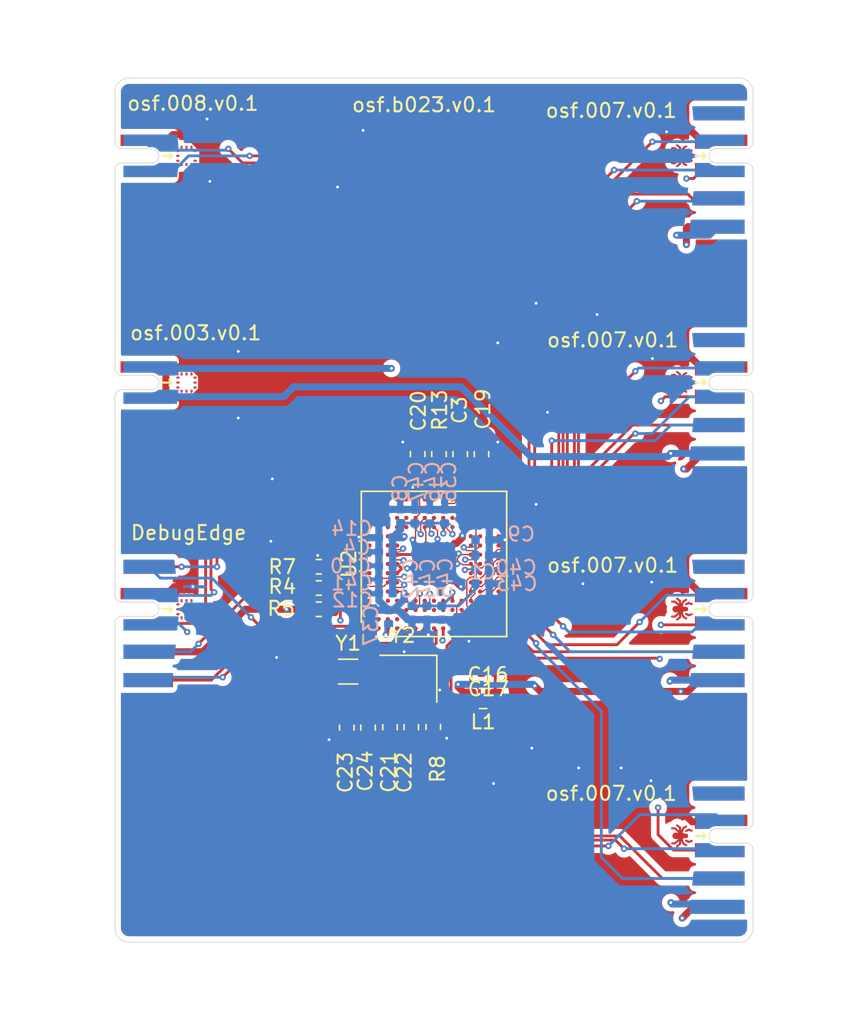
<source format=kicad_pcb>
(kicad_pcb (version 20171130) (host pcbnew "(5.1.5)-3")
  (layers (0 F.Cu signal) (1 In1.Cu signal) (2 In2.Cu signal) (31 B.Cu signal) (34 B.Paste user) (35 F.Paste user) (36 B.SilkS user) (37 F.SilkS user) (38 B.Mask user) (39 F.Mask user) (44 Edge.Cuts user))
  (net 0 "")
  (net 1 GND)
  (net 2 +3V3)
  (net 3 "Net-(C19-Pad1)")
  (net 4 "Net-(C20-Pad1)")
  (net 5 "Net-(C21-Pad1)")
  (net 6 "Net-(C22-Pad1)")
  (net 7 "Net-(C23-Pad1)")
  (net 8 "Net-(C24-Pad1)")
  (net 9 /uC/D+)
  (net 10 /uC/D-)
  (net 11 "Net-(R4-Pad1)")
  (net 12 "Net-(R8-Pad1)")
  (net 13 "Net-(C3-Pad1)")
  (net 14 "Net-(R13-Pad1)")
  (net 15 GNDA)
  (net 16 +5V)
  (net 17 "Net-(R7-Pad1)")
  (net 18 /uC/vref+)
  (net 19 /uC/nrst)
  (net 20 /uC/TRACED1)
  (net 21 /uC/tms)
  (net 22 /uC/tck)
  (net 23 /uC/TDI)
  (net 24 /uC/tdo)
  (net 25 /uC/TRACECLK)
  (net 26 /uC/TRACED0)
  (net 27 /uC/AD8)
  (net 28 /uC/AD9)
  (net 29 /uC/AD7)
  (net 30 /uC/AD3)
  (net 31 /uC/AD15)
  (net 32 /uC/AD5)
  (net 33 /uC/AD6)
  (net 34 /uC/AD2)
  (net 35 /uC/AD14)
  (net 36 /uC/AD4)
  (net 37 /uC/AD0)
  (net 38 /uC/AD1)
  (net 39 /uC/AD13)
  (net 40 /uC/AD12)
  (net 41 /uC/AD11)
  (net 42 /uC/AD10)
  (module Capacitor_SMD:C_0402_1005Metric (layer B.Cu) (at 102.9 108.2)
    (fp_text reference C1 (at 0 1.17) (layer B.SilkS) (effects (justify mirror)))
    (fp_text value 100nF)
    (pad 2 smd roundrect (at 0.485 0) (size 0.59 0.64) (layers B.Cu B.Paste B.Mask) (net 1 GND))
    (pad 1 smd roundrect (at -0.485 0) (size 0.59 0.64) (layers B.Cu B.Paste B.Mask) (net 2 +3V3))
  )
  (module on_edge:on_edge_2x05_host (layer F.Cu) (at 122 81 270)
    (fp_text reference J7)
    (fp_text value 007_ADC_2x5)
    (fp_arc (start 0 0.5) (end 0 0) (angle -90) (layer Edge.Cuts) (width 0.05))
    (fp_arc (start -2 0.5) (end -1.5 0.5) (angle -90) (layer Edge.Cuts) (width 0.05))
    (fp_arc (start -1 2.6) (end -1.5 2.6) (angle -180) (layer Edge.Cuts) (width 0.05))
    (fp_line (start -1.01 5.46) (end -1.01 5.39) (layer F.Cu) (width 0.46))
    (fp_line (start -1.09 5.4) (end -1.02 4.74) (layer F.Cu) (width 0.3))
    (fp_line (start -1.26 5.19) (end -1.54 5.52) (layer F.Cu) (width 0.15))
    (fp_line (start -1.54 5.71) (end -1.54 5.52) (layer F.Cu) (width 0.15))
    (fp_line (start -1.21 5.15) (end -1.58 5.15) (layer F.Cu) (width 0.15))
    (fp_line (start -1.75 5.36) (end -1.58 5.15) (layer F.Cu) (width 0.15))
    (fp_line (start -1.39 4.99) (end -1.13 5.04) (layer F.Cu) (width 0.15))
    (fp_line (start -1.39 4.99) (end -1.55 4.92) (layer F.Cu) (width 0.15))
    (fp_line (start -1.67 4.72) (end -1.56 4.91) (layer F.Cu) (width 0.15))
    (fp_poly (pts (xy -1.35 4.56) (xy -1.29 4.68) (xy -1.29 4.82) (xy -1.42 4.76) (xy -1.49 4.61) (xy -1.4 4.64)) (layer F.Cu) (width 0.001))
    (fp_line (start -1.44 4.54) (end -1.38 4.67) (layer F.Cu) (width 0.15))
    (fp_line (start -1.37 4.33) (end -1.44 4.53) (layer F.Cu) (width 0.15))
    (fp_line (start 0 0) (end 4 0) (layer Edge.Cuts) (width 0.05))
    (fp_line (start -4 0) (end -2 0) (layer Edge.Cuts) (width 0.05))
    (fp_line (start -0.5 2.6) (end -0.5 0.5) (layer Edge.Cuts) (width 0.05))
    (fp_line (start -1.5 0.5) (end -1.5 2.6) (layer Edge.Cuts) (width 0.05))
    (fp_line (start -0.93 5.4) (end -1 4.74) (layer F.Cu) (width 0.3))
    (fp_line (start -0.76 5.19) (end -0.48 5.52) (layer F.Cu) (width 0.15))
    (fp_line (start -0.48 5.71) (end -0.48 5.52) (layer F.Cu) (width 0.15))
    (fp_line (start -0.81 5.15) (end -0.44 5.15) (layer F.Cu) (width 0.15))
    (fp_line (start -0.27 5.36) (end -0.44 5.15) (layer F.Cu) (width 0.15))
    (fp_line (start -0.63 4.99) (end -0.89 5.04) (layer F.Cu) (width 0.15))
    (fp_line (start -0.63 4.99) (end -0.47 4.92) (layer F.Cu) (width 0.15))
    (fp_line (start -0.35 4.72) (end -0.46 4.91) (layer F.Cu) (width 0.15))
    (fp_poly (pts (xy -0.67 4.56) (xy -0.73 4.68) (xy -0.73 4.82) (xy -0.6 4.76) (xy -0.53 4.61) (xy -0.62 4.64)) (layer F.Cu) (width 0.001))
    (fp_line (start -0.58 4.54) (end -0.64 4.67) (layer F.Cu) (width 0.15))
    (fp_line (start -0.65 4.33) (end -0.58 4.53) (layer F.Cu) (width 0.15))
    (fp_line (start -1.01 5.51) (end -1.01 4.74) (layer F.Cu) (width 0.32))
    (pad 1 smd custom (at -2 3.6 270) (size 1 1) (layers F.Cu F.Mask) (net 1 GND) (options (clearance outline) (anchor rect)) (primitives (gr_poly (pts (xy 0.3 -0.99) (xy 0.31 -0.88) (xy 0.33 -0.8) (xy 0.35 -0.74) (xy 0.37 -0.69) (xy 0.4 -0.64) (xy 0.44 -0.58) (xy 0.48 -0.53) (xy 0.5 -0.51) (xy 0.5 0.5) (xy -0.5 0.5) (xy -0.5 -3.2) (xy 0.3 -3.2)) (width 0))))
    (pad 2 smd custom (at 0 3.6 270) (size 1 1) (layers F.Cu F.Mask) (net 18 /uC/vref+) (options (clearance outline) (anchor rect)) (primitives (gr_poly (pts (xy -0.3 -0.99) (xy -0.31 -0.88) (xy -0.33 -0.8) (xy -0.35 -0.74) (xy -0.37 -0.69) (xy -0.4 -0.64) (xy -0.44 -0.58) (xy -0.48 -0.53) (xy -0.5 -0.51) (xy -0.5 0.5) (xy 0.5 0.5) (xy 0.5 -3) (xy -0.3 -3)) (width 0))))
    (pad 4 smd custom (at 0 2.1 90) (size 0.4 0.4) (layers B.Cu B.Mask) (net 39 /uC/AD13) (options (clearance outline) (anchor rect)) (primitives (gr_poly (pts (xy 0.3 -0.51) (xy 0.31 -0.62) (xy 0.33 -0.7) (xy 0.35 -0.76) (xy 0.37 -0.81) (xy 0.4 -0.86) (xy 0.44 -0.92) (xy 0.48 -0.97) (xy 0.5 -0.99) (xy 0.5 -1.9) (xy -0.5 -2) (xy -0.5 1.5) (xy 0.3 1.5)) (width 0))))
    (pad 3 smd custom (at -2 2.1 90) (size 0.4 0.4) (layers B.Cu B.Mask) (net 40 /uC/AD12) (options (clearance outline) (anchor rect)) (primitives (gr_poly (pts (xy -0.3 -0.51) (xy -0.31 -0.62) (xy -0.33 -0.7) (xy -0.35 -0.76) (xy -0.37 -0.81) (xy -0.4 -0.86) (xy -0.44 -0.92) (xy -0.48 -0.97) (xy -0.5 -0.99) (xy -0.5 -1.9) (xy 0.5 -2) (xy 0.5 1.5) (xy -0.3 1.5)) (width 0))))
    (pad 5 smd rect (at 2 2.35 270) (size 1 3.5) (layers F.Cu F.Mask) (net 35 /uC/AD14))
    (pad 10 smd custom (at 4 2.5 90) (size 1 3.8) (layers B.Cu B.Mask) (net 16 +5V) (options (clearance outline) (anchor rect)) (primitives (gr_poly (pts (xy 0.5 -1.9) (xy -0.5 -2) (xy -0.5 -1.9)) (width 0))))
    (pad 6 smd custom (at 2 2.4 90) (size 1 3.6) (layers B.Cu B.Mask) (net 31 /uC/AD15) (options (clearance outline) (anchor rect)) (primitives (gr_poly (pts (xy 0.5 -1.8) (xy -0.5 -1.9) (xy -0.5 -1.8)) (width 0))))
    (pad 8 smd custom (at -4 2.4 90) (size 1 3.6) (layers B.Cu B.Mask) (options (clearance outline) (anchor rect)) (primitives (gr_poly (pts (xy 0.5 -1.8) (xy 0.5 -1.9) (xy -0.5 -1.8)) (width 0))))
    (pad 9 smd rect (at 4 2.35 270) (size 1 3.5) (layers F.Cu F.Mask) (net 2 +3V3))
    (pad 7 smd rect (at -4 2.35 270) (size 1 3.5) (layers F.Cu F.Mask))
  )
  (module on_edge:on_edge_2x05_host (layer F.Cu) (at 122 113 270)
    (fp_text reference J6)
    (fp_text value 007_ADC_2x5)
    (fp_arc (start 0 0.5) (end 0 0) (angle -90) (layer Edge.Cuts) (width 0.05))
    (fp_arc (start -2 0.5) (end -1.5 0.5) (angle -90) (layer Edge.Cuts) (width 0.05))
    (fp_arc (start -1 2.6) (end -1.5 2.6) (angle -180) (layer Edge.Cuts) (width 0.05))
    (fp_line (start -1.01 5.46) (end -1.01 5.39) (layer F.Cu) (width 0.46))
    (fp_line (start -1.09 5.4) (end -1.02 4.74) (layer F.Cu) (width 0.3))
    (fp_line (start -1.26 5.19) (end -1.54 5.52) (layer F.Cu) (width 0.15))
    (fp_line (start -1.54 5.71) (end -1.54 5.52) (layer F.Cu) (width 0.15))
    (fp_line (start -1.21 5.15) (end -1.58 5.15) (layer F.Cu) (width 0.15))
    (fp_line (start -1.75 5.36) (end -1.58 5.15) (layer F.Cu) (width 0.15))
    (fp_line (start -1.39 4.99) (end -1.13 5.04) (layer F.Cu) (width 0.15))
    (fp_line (start -1.39 4.99) (end -1.55 4.92) (layer F.Cu) (width 0.15))
    (fp_line (start -1.67 4.72) (end -1.56 4.91) (layer F.Cu) (width 0.15))
    (fp_poly (pts (xy -1.35 4.56) (xy -1.29 4.68) (xy -1.29 4.82) (xy -1.42 4.76) (xy -1.49 4.61) (xy -1.4 4.64)) (layer F.Cu) (width 0.001))
    (fp_line (start -1.44 4.54) (end -1.38 4.67) (layer F.Cu) (width 0.15))
    (fp_line (start -1.37 4.33) (end -1.44 4.53) (layer F.Cu) (width 0.15))
    (fp_line (start 0 0) (end 4 0) (layer Edge.Cuts) (width 0.05))
    (fp_line (start -4 0) (end -2 0) (layer Edge.Cuts) (width 0.05))
    (fp_line (start -0.5 2.6) (end -0.5 0.5) (layer Edge.Cuts) (width 0.05))
    (fp_line (start -1.5 0.5) (end -1.5 2.6) (layer Edge.Cuts) (width 0.05))
    (fp_line (start -0.93 5.4) (end -1 4.74) (layer F.Cu) (width 0.3))
    (fp_line (start -0.76 5.19) (end -0.48 5.52) (layer F.Cu) (width 0.15))
    (fp_line (start -0.48 5.71) (end -0.48 5.52) (layer F.Cu) (width 0.15))
    (fp_line (start -0.81 5.15) (end -0.44 5.15) (layer F.Cu) (width 0.15))
    (fp_line (start -0.27 5.36) (end -0.44 5.15) (layer F.Cu) (width 0.15))
    (fp_line (start -0.63 4.99) (end -0.89 5.04) (layer F.Cu) (width 0.15))
    (fp_line (start -0.63 4.99) (end -0.47 4.92) (layer F.Cu) (width 0.15))
    (fp_line (start -0.35 4.72) (end -0.46 4.91) (layer F.Cu) (width 0.15))
    (fp_poly (pts (xy -0.67 4.56) (xy -0.73 4.68) (xy -0.73 4.82) (xy -0.6 4.76) (xy -0.53 4.61) (xy -0.62 4.64)) (layer F.Cu) (width 0.001))
    (fp_line (start -0.58 4.54) (end -0.64 4.67) (layer F.Cu) (width 0.15))
    (fp_line (start -0.65 4.33) (end -0.58 4.53) (layer F.Cu) (width 0.15))
    (fp_line (start -1.01 5.51) (end -1.01 4.74) (layer F.Cu) (width 0.32))
    (pad 1 smd custom (at -2 3.6 270) (size 1 1) (layers F.Cu F.Mask) (net 1 GND) (options (clearance outline) (anchor rect)) (primitives (gr_poly (pts (xy 0.3 -0.99) (xy 0.31 -0.88) (xy 0.33 -0.8) (xy 0.35 -0.74) (xy 0.37 -0.69) (xy 0.4 -0.64) (xy 0.44 -0.58) (xy 0.48 -0.53) (xy 0.5 -0.51) (xy 0.5 0.5) (xy -0.5 0.5) (xy -0.5 -3.2) (xy 0.3 -3.2)) (width 0))))
    (pad 2 smd custom (at 0 3.6 270) (size 1 1) (layers F.Cu F.Mask) (net 18 /uC/vref+) (options (clearance outline) (anchor rect)) (primitives (gr_poly (pts (xy -0.3 -0.99) (xy -0.31 -0.88) (xy -0.33 -0.8) (xy -0.35 -0.74) (xy -0.37 -0.69) (xy -0.4 -0.64) (xy -0.44 -0.58) (xy -0.48 -0.53) (xy -0.5 -0.51) (xy -0.5 0.5) (xy 0.5 0.5) (xy 0.5 -3) (xy -0.3 -3)) (width 0))))
    (pad 4 smd custom (at 0 2.1 90) (size 0.4 0.4) (layers B.Cu B.Mask) (net 32 /uC/AD5) (options (clearance outline) (anchor rect)) (primitives (gr_poly (pts (xy 0.3 -0.51) (xy 0.31 -0.62) (xy 0.33 -0.7) (xy 0.35 -0.76) (xy 0.37 -0.81) (xy 0.4 -0.86) (xy 0.44 -0.92) (xy 0.48 -0.97) (xy 0.5 -0.99) (xy 0.5 -1.9) (xy -0.5 -2) (xy -0.5 1.5) (xy 0.3 1.5)) (width 0))))
    (pad 3 smd custom (at -2 2.1 90) (size 0.4 0.4) (layers B.Cu B.Mask) (net 36 /uC/AD4) (options (clearance outline) (anchor rect)) (primitives (gr_poly (pts (xy -0.3 -0.51) (xy -0.31 -0.62) (xy -0.33 -0.7) (xy -0.35 -0.76) (xy -0.37 -0.81) (xy -0.4 -0.86) (xy -0.44 -0.92) (xy -0.48 -0.97) (xy -0.5 -0.99) (xy -0.5 -1.9) (xy 0.5 -2) (xy 0.5 1.5) (xy -0.3 1.5)) (width 0))))
    (pad 5 smd rect (at 2 2.35 270) (size 1 3.5) (layers F.Cu F.Mask) (net 33 /uC/AD6))
    (pad 10 smd custom (at 4 2.5 90) (size 1 3.8) (layers B.Cu B.Mask) (net 16 +5V) (options (clearance outline) (anchor rect)) (primitives (gr_poly (pts (xy 0.5 -1.9) (xy -0.5 -2) (xy -0.5 -1.9)) (width 0))))
    (pad 6 smd custom (at 2 2.4 90) (size 1 3.6) (layers B.Cu B.Mask) (net 29 /uC/AD7) (options (clearance outline) (anchor rect)) (primitives (gr_poly (pts (xy 0.5 -1.8) (xy -0.5 -1.9) (xy -0.5 -1.8)) (width 0))))
    (pad 8 smd custom (at -4 2.4 90) (size 1 3.6) (layers B.Cu B.Mask) (options (clearance outline) (anchor rect)) (primitives (gr_poly (pts (xy 0.5 -1.8) (xy 0.5 -1.9) (xy -0.5 -1.8)) (width 0))))
    (pad 9 smd rect (at 4 2.35 270) (size 1 3.5) (layers F.Cu F.Mask) (net 2 +3V3))
    (pad 7 smd rect (at -4 2.35 270) (size 1 3.5) (layers F.Cu F.Mask))
  )
  (module on_edge:on_edge_2x05_host (layer F.Cu) (at 122 97 270)
    (fp_text reference J5)
    (fp_text value 007_ADC_2x5)
    (fp_arc (start 0 0.5) (end 0 0) (angle -90) (layer Edge.Cuts) (width 0.05))
    (fp_arc (start -2 0.5) (end -1.5 0.5) (angle -90) (layer Edge.Cuts) (width 0.05))
    (fp_arc (start -1 2.6) (end -1.5 2.6) (angle -180) (layer Edge.Cuts) (width 0.05))
    (fp_line (start -1.01 5.46) (end -1.01 5.39) (layer F.Cu) (width 0.46))
    (fp_line (start -1.09 5.4) (end -1.02 4.74) (layer F.Cu) (width 0.3))
    (fp_line (start -1.26 5.19) (end -1.54 5.52) (layer F.Cu) (width 0.15))
    (fp_line (start -1.54 5.71) (end -1.54 5.52) (layer F.Cu) (width 0.15))
    (fp_line (start -1.21 5.15) (end -1.58 5.15) (layer F.Cu) (width 0.15))
    (fp_line (start -1.75 5.36) (end -1.58 5.15) (layer F.Cu) (width 0.15))
    (fp_line (start -1.39 4.99) (end -1.13 5.04) (layer F.Cu) (width 0.15))
    (fp_line (start -1.39 4.99) (end -1.55 4.92) (layer F.Cu) (width 0.15))
    (fp_line (start -1.67 4.72) (end -1.56 4.91) (layer F.Cu) (width 0.15))
    (fp_poly (pts (xy -1.35 4.56) (xy -1.29 4.68) (xy -1.29 4.82) (xy -1.42 4.76) (xy -1.49 4.61) (xy -1.4 4.64)) (layer F.Cu) (width 0.001))
    (fp_line (start -1.44 4.54) (end -1.38 4.67) (layer F.Cu) (width 0.15))
    (fp_line (start -1.37 4.33) (end -1.44 4.53) (layer F.Cu) (width 0.15))
    (fp_line (start 0 0) (end 4 0) (layer Edge.Cuts) (width 0.05))
    (fp_line (start -4 0) (end -2 0) (layer Edge.Cuts) (width 0.05))
    (fp_line (start -0.5 2.6) (end -0.5 0.5) (layer Edge.Cuts) (width 0.05))
    (fp_line (start -1.5 0.5) (end -1.5 2.6) (layer Edge.Cuts) (width 0.05))
    (fp_line (start -0.93 5.4) (end -1 4.74) (layer F.Cu) (width 0.3))
    (fp_line (start -0.76 5.19) (end -0.48 5.52) (layer F.Cu) (width 0.15))
    (fp_line (start -0.48 5.71) (end -0.48 5.52) (layer F.Cu) (width 0.15))
    (fp_line (start -0.81 5.15) (end -0.44 5.15) (layer F.Cu) (width 0.15))
    (fp_line (start -0.27 5.36) (end -0.44 5.15) (layer F.Cu) (width 0.15))
    (fp_line (start -0.63 4.99) (end -0.89 5.04) (layer F.Cu) (width 0.15))
    (fp_line (start -0.63 4.99) (end -0.47 4.92) (layer F.Cu) (width 0.15))
    (fp_line (start -0.35 4.72) (end -0.46 4.91) (layer F.Cu) (width 0.15))
    (fp_poly (pts (xy -0.67 4.56) (xy -0.73 4.68) (xy -0.73 4.82) (xy -0.6 4.76) (xy -0.53 4.61) (xy -0.62 4.64)) (layer F.Cu) (width 0.001))
    (fp_line (start -0.58 4.54) (end -0.64 4.67) (layer F.Cu) (width 0.15))
    (fp_line (start -0.65 4.33) (end -0.58 4.53) (layer F.Cu) (width 0.15))
    (fp_line (start -1.01 5.51) (end -1.01 4.74) (layer F.Cu) (width 0.32))
    (pad 1 smd custom (at -2 3.6 270) (size 1 1) (layers F.Cu F.Mask) (net 1 GND) (options (clearance outline) (anchor rect)) (primitives (gr_poly (pts (xy 0.3 -0.99) (xy 0.31 -0.88) (xy 0.33 -0.8) (xy 0.35 -0.74) (xy 0.37 -0.69) (xy 0.4 -0.64) (xy 0.44 -0.58) (xy 0.48 -0.53) (xy 0.5 -0.51) (xy 0.5 0.5) (xy -0.5 0.5) (xy -0.5 -3.2) (xy 0.3 -3.2)) (width 0))))
    (pad 2 smd custom (at 0 3.6 270) (size 1 1) (layers F.Cu F.Mask) (net 18 /uC/vref+) (options (clearance outline) (anchor rect)) (primitives (gr_poly (pts (xy -0.3 -0.99) (xy -0.31 -0.88) (xy -0.33 -0.8) (xy -0.35 -0.74) (xy -0.37 -0.69) (xy -0.4 -0.64) (xy -0.44 -0.58) (xy -0.48 -0.53) (xy -0.5 -0.51) (xy -0.5 0.5) (xy 0.5 0.5) (xy 0.5 -3) (xy -0.3 -3)) (width 0))))
    (pad 4 smd custom (at 0 2.1 90) (size 0.4 0.4) (layers B.Cu B.Mask) (net 28 /uC/AD9) (options (clearance outline) (anchor rect)) (primitives (gr_poly (pts (xy 0.3 -0.51) (xy 0.31 -0.62) (xy 0.33 -0.7) (xy 0.35 -0.76) (xy 0.37 -0.81) (xy 0.4 -0.86) (xy 0.44 -0.92) (xy 0.48 -0.97) (xy 0.5 -0.99) (xy 0.5 -1.9) (xy -0.5 -2) (xy -0.5 1.5) (xy 0.3 1.5)) (width 0))))
    (pad 3 smd custom (at -2 2.1 90) (size 0.4 0.4) (layers B.Cu B.Mask) (net 27 /uC/AD8) (options (clearance outline) (anchor rect)) (primitives (gr_poly (pts (xy -0.3 -0.51) (xy -0.31 -0.62) (xy -0.33 -0.7) (xy -0.35 -0.76) (xy -0.37 -0.81) (xy -0.4 -0.86) (xy -0.44 -0.92) (xy -0.48 -0.97) (xy -0.5 -0.99) (xy -0.5 -1.9) (xy 0.5 -2) (xy 0.5 1.5) (xy -0.3 1.5)) (width 0))))
    (pad 5 smd rect (at 2 2.35 270) (size 1 3.5) (layers F.Cu F.Mask) (net 42 /uC/AD10))
    (pad 10 smd custom (at 4 2.5 90) (size 1 3.8) (layers B.Cu B.Mask) (net 16 +5V) (options (clearance outline) (anchor rect)) (primitives (gr_poly (pts (xy 0.5 -1.9) (xy -0.5 -2) (xy -0.5 -1.9)) (width 0))))
    (pad 6 smd custom (at 2 2.4 90) (size 1 3.6) (layers B.Cu B.Mask) (net 41 /uC/AD11) (options (clearance outline) (anchor rect)) (primitives (gr_poly (pts (xy 0.5 -1.8) (xy -0.5 -1.9) (xy -0.5 -1.8)) (width 0))))
    (pad 8 smd custom (at -4 2.4 90) (size 1 3.6) (layers B.Cu B.Mask) (options (clearance outline) (anchor rect)) (primitives (gr_poly (pts (xy 0.5 -1.8) (xy 0.5 -1.9) (xy -0.5 -1.8)) (width 0))))
    (pad 9 smd rect (at 4 2.35 270) (size 1 3.5) (layers F.Cu F.Mask) (net 2 +3V3))
    (pad 7 smd rect (at -4 2.35 270) (size 1 3.5) (layers F.Cu F.Mask))
  )
  (module on_edge:on_edge_2x05_host (layer F.Cu) (at 122 129 270)
    (fp_text reference J4)
    (fp_text value 007_ADC_2x5)
    (fp_arc (start 0 0.5) (end 0 0) (angle -90) (layer Edge.Cuts) (width 0.05))
    (fp_arc (start -2 0.5) (end -1.5 0.5) (angle -90) (layer Edge.Cuts) (width 0.05))
    (fp_arc (start -1 2.6) (end -1.5 2.6) (angle -180) (layer Edge.Cuts) (width 0.05))
    (fp_line (start -1.01 5.46) (end -1.01 5.39) (layer F.Cu) (width 0.46))
    (fp_line (start -1.09 5.4) (end -1.02 4.74) (layer F.Cu) (width 0.3))
    (fp_line (start -1.26 5.19) (end -1.54 5.52) (layer F.Cu) (width 0.15))
    (fp_line (start -1.54 5.71) (end -1.54 5.52) (layer F.Cu) (width 0.15))
    (fp_line (start -1.21 5.15) (end -1.58 5.15) (layer F.Cu) (width 0.15))
    (fp_line (start -1.75 5.36) (end -1.58 5.15) (layer F.Cu) (width 0.15))
    (fp_line (start -1.39 4.99) (end -1.13 5.04) (layer F.Cu) (width 0.15))
    (fp_line (start -1.39 4.99) (end -1.55 4.92) (layer F.Cu) (width 0.15))
    (fp_line (start -1.67 4.72) (end -1.56 4.91) (layer F.Cu) (width 0.15))
    (fp_poly (pts (xy -1.35 4.56) (xy -1.29 4.68) (xy -1.29 4.82) (xy -1.42 4.76) (xy -1.49 4.61) (xy -1.4 4.64)) (layer F.Cu) (width 0.001))
    (fp_line (start -1.44 4.54) (end -1.38 4.67) (layer F.Cu) (width 0.15))
    (fp_line (start -1.37 4.33) (end -1.44 4.53) (layer F.Cu) (width 0.15))
    (fp_line (start 0 0) (end 4 0) (layer Edge.Cuts) (width 0.05))
    (fp_line (start -4 0) (end -2 0) (layer Edge.Cuts) (width 0.05))
    (fp_line (start -0.5 2.6) (end -0.5 0.5) (layer Edge.Cuts) (width 0.05))
    (fp_line (start -1.5 0.5) (end -1.5 2.6) (layer Edge.Cuts) (width 0.05))
    (fp_line (start -0.93 5.4) (end -1 4.74) (layer F.Cu) (width 0.3))
    (fp_line (start -0.76 5.19) (end -0.48 5.52) (layer F.Cu) (width 0.15))
    (fp_line (start -0.48 5.71) (end -0.48 5.52) (layer F.Cu) (width 0.15))
    (fp_line (start -0.81 5.15) (end -0.44 5.15) (layer F.Cu) (width 0.15))
    (fp_line (start -0.27 5.36) (end -0.44 5.15) (layer F.Cu) (width 0.15))
    (fp_line (start -0.63 4.99) (end -0.89 5.04) (layer F.Cu) (width 0.15))
    (fp_line (start -0.63 4.99) (end -0.47 4.92) (layer F.Cu) (width 0.15))
    (fp_line (start -0.35 4.72) (end -0.46 4.91) (layer F.Cu) (width 0.15))
    (fp_poly (pts (xy -0.67 4.56) (xy -0.73 4.68) (xy -0.73 4.82) (xy -0.6 4.76) (xy -0.53 4.61) (xy -0.62 4.64)) (layer F.Cu) (width 0.001))
    (fp_line (start -0.58 4.54) (end -0.64 4.67) (layer F.Cu) (width 0.15))
    (fp_line (start -0.65 4.33) (end -0.58 4.53) (layer F.Cu) (width 0.15))
    (fp_line (start -1.01 5.51) (end -1.01 4.74) (layer F.Cu) (width 0.32))
    (pad 1 smd custom (at -2 3.6 270) (size 1 1) (layers F.Cu F.Mask) (net 1 GND) (options (clearance outline) (anchor rect)) (primitives (gr_poly (pts (xy 0.3 -0.99) (xy 0.31 -0.88) (xy 0.33 -0.8) (xy 0.35 -0.74) (xy 0.37 -0.69) (xy 0.4 -0.64) (xy 0.44 -0.58) (xy 0.48 -0.53) (xy 0.5 -0.51) (xy 0.5 0.5) (xy -0.5 0.5) (xy -0.5 -3.2) (xy 0.3 -3.2)) (width 0))))
    (pad 2 smd custom (at 0 3.6 270) (size 1 1) (layers F.Cu F.Mask) (net 18 /uC/vref+) (options (clearance outline) (anchor rect)) (primitives (gr_poly (pts (xy -0.3 -0.99) (xy -0.31 -0.88) (xy -0.33 -0.8) (xy -0.35 -0.74) (xy -0.37 -0.69) (xy -0.4 -0.64) (xy -0.44 -0.58) (xy -0.48 -0.53) (xy -0.5 -0.51) (xy -0.5 0.5) (xy 0.5 0.5) (xy 0.5 -3) (xy -0.3 -3)) (width 0))))
    (pad 4 smd custom (at 0 2.1 90) (size 0.4 0.4) (layers B.Cu B.Mask) (net 38 /uC/AD1) (options (clearance outline) (anchor rect)) (primitives (gr_poly (pts (xy 0.3 -0.51) (xy 0.31 -0.62) (xy 0.33 -0.7) (xy 0.35 -0.76) (xy 0.37 -0.81) (xy 0.4 -0.86) (xy 0.44 -0.92) (xy 0.48 -0.97) (xy 0.5 -0.99) (xy 0.5 -1.9) (xy -0.5 -2) (xy -0.5 1.5) (xy 0.3 1.5)) (width 0))))
    (pad 3 smd custom (at -2 2.1 90) (size 0.4 0.4) (layers B.Cu B.Mask) (net 37 /uC/AD0) (options (clearance outline) (anchor rect)) (primitives (gr_poly (pts (xy -0.3 -0.51) (xy -0.31 -0.62) (xy -0.33 -0.7) (xy -0.35 -0.76) (xy -0.37 -0.81) (xy -0.4 -0.86) (xy -0.44 -0.92) (xy -0.48 -0.97) (xy -0.5 -0.99) (xy -0.5 -1.9) (xy 0.5 -2) (xy 0.5 1.5) (xy -0.3 1.5)) (width 0))))
    (pad 5 smd rect (at 2 2.35 270) (size 1 3.5) (layers F.Cu F.Mask) (net 34 /uC/AD2))
    (pad 10 smd custom (at 4 2.5 90) (size 1 3.8) (layers B.Cu B.Mask) (net 16 +5V) (options (clearance outline) (anchor rect)) (primitives (gr_poly (pts (xy 0.5 -1.9) (xy -0.5 -2) (xy -0.5 -1.9)) (width 0))))
    (pad 6 smd custom (at 2 2.4 90) (size 1 3.6) (layers B.Cu B.Mask) (net 30 /uC/AD3) (options (clearance outline) (anchor rect)) (primitives (gr_poly (pts (xy 0.5 -1.8) (xy -0.5 -1.9) (xy -0.5 -1.8)) (width 0))))
    (pad 8 smd custom (at -4 2.4 90) (size 1 3.6) (layers B.Cu B.Mask) (options (clearance outline) (anchor rect)) (primitives (gr_poly (pts (xy 0.5 -1.8) (xy 0.5 -1.9) (xy -0.5 -1.8)) (width 0))))
    (pad 9 smd rect (at 4 2.35 270) (size 1 3.5) (layers F.Cu F.Mask) (net 2 +3V3))
    (pad 7 smd rect (at -4 2.35 270) (size 1 3.5) (layers F.Cu F.Mask))
  )
  (module on_edge:on_edge_2x02_device (layer F.Cu) (at 77 97 270)
    (fp_text reference J3)
    (fp_text value 003_power_2x2)
    (fp_arc (start -2 -0.5) (end -2 0) (angle -90) (layer Edge.Cuts) (width 0.05))
    (fp_arc (start 0 -0.5) (end -0.5 -0.5) (angle -90) (layer Edge.Cuts) (width 0.05))
    (fp_arc (start -1 -2.6) (end -0.5 -2.6) (angle -180) (layer Edge.Cuts) (width 0.05))
    (fp_line (start -0.4 -5.4) (end -0.35 -5.4) (layer F.Cu) (width 0.15))
    (fp_poly (pts (xy -0.5 -5.325) (xy -0.5 -5.475) (xy -0.375 -5.475) (xy -0.375 -5.325)) (layer F.Cu) (width 0))
    (fp_line (start -0.4 -5.05) (end -0.35 -5.05) (layer F.Cu) (width 0.15))
    (fp_poly (pts (xy -0.5 -4.975) (xy -0.5 -5.125) (xy -0.375 -5.125) (xy -0.375 -4.975)) (layer F.Cu) (width 0))
    (fp_line (start -0.4 -4.7) (end -0.35 -4.7) (layer F.Cu) (width 0.15))
    (fp_poly (pts (xy -0.5 -4.625) (xy -0.5 -4.775) (xy -0.375 -4.775) (xy -0.375 -4.625)) (layer F.Cu) (width 0))
    (fp_line (start -0.65 -4.45) (end -0.65 -4.4) (layer F.Cu) (width 0.15))
    (fp_poly (pts (xy -0.725 -4.55) (xy -0.575 -4.55) (xy -0.575 -4.425) (xy -0.725 -4.425)) (layer F.Cu) (width 0))
    (fp_line (start -1 -4.45) (end -1 -4.4) (layer F.Cu) (width 0.15))
    (fp_poly (pts (xy -1.075 -4.55) (xy -0.925 -4.55) (xy -0.925 -4.425) (xy -1.075 -4.425)) (layer F.Cu) (width 0))
    (fp_line (start -1.35 -4.45) (end -1.35 -4.4) (layer F.Cu) (width 0.15))
    (fp_poly (pts (xy -1.425 -4.55) (xy -1.275 -4.55) (xy -1.275 -4.425) (xy -1.425 -4.425)) (layer F.Cu) (width 0))
    (fp_poly (pts (xy -1.5 -4.775) (xy -1.5 -4.625) (xy -1.625 -4.625) (xy -1.625 -4.775)) (layer F.Cu) (width 0))
    (fp_line (start -1.6 -5.05) (end -1.65 -5.05) (layer F.Cu) (width 0.15))
    (fp_poly (pts (xy -1.5 -5.125) (xy -1.5 -4.975) (xy -1.625 -4.975) (xy -1.625 -5.125)) (layer F.Cu) (width 0))
    (fp_line (start -1.6 -5.4) (end -1.65 -5.4) (layer F.Cu) (width 0.15))
    (fp_poly (pts (xy -1.5 -5.475) (xy -1.5 -5.325) (xy -1.625 -5.325) (xy -1.625 -5.475)) (layer F.Cu) (width 0))
    (fp_line (start -1.6 -4.7) (end -1.65 -4.7) (layer F.Cu) (width 0.15))
    (fp_line (start -1.5 -2.6) (end -1.5 -0.5) (layer Edge.Cuts) (width 0.05))
    (fp_line (start -0.5 -0.5) (end -0.5 -2.6) (layer Edge.Cuts) (width 0.05))
    (fp_line (start -1.35 -5.65) (end -1.35 -5.7) (layer F.Cu) (width 0.15))
    (fp_poly (pts (xy -1.275 -5.55) (xy -1.425 -5.55) (xy -1.425 -5.675) (xy -1.275 -5.675)) (layer F.Cu) (width 0))
    (fp_poly (pts (xy -0.925 -5.55) (xy -1.075 -5.55) (xy -1.075 -5.675) (xy -0.925 -5.675)) (layer F.Cu) (width 0))
    (fp_line (start -1 -5.65) (end -1 -5.7) (layer F.Cu) (width 0.15))
    (fp_poly (pts (xy -0.575 -5.55) (xy -0.725 -5.55) (xy -0.725 -5.675) (xy -0.575 -5.675)) (layer F.Cu) (width 0))
    (fp_line (start -0.65 -5.65) (end -0.65 -5.7) (layer F.Cu) (width 0.15))
    (pad 1 smd custom (at -2 -3.6 270) (size 1 1) (layers F.Cu F.Mask) (net 1 GND) (options (clearance outline) (anchor rect)) (primitives (gr_poly (pts (xy 0.3 1) (xy 0.31 0.89) (xy 0.33 0.81) (xy 0.35 0.75) (xy 0.37 0.7) (xy 0.4 0.65) (xy 0.44 0.59) (xy 0.48 0.54) (xy 0.5 0.52) (xy 0.5 -0.5) (xy -0.5 -0.5) (xy -0.5 3.2) (xy 0.3 3.2)) (width 0))))
    (pad 2 smd custom (at 0 -3.6 270) (size 1 1) (layers F.Cu F.Mask) (net 1 GND) (options (clearance outline) (anchor rect)) (primitives (gr_poly (pts (xy -0.3 1) (xy -0.31 0.89) (xy -0.33 0.81) (xy -0.35 0.75) (xy -0.37 0.7) (xy -0.4 0.65) (xy -0.44 0.59) (xy -0.48 0.54) (xy -0.5 0.52) (xy -0.5 -0.5) (xy 0.5 -0.5) (xy 0.5 3) (xy -0.3 3)) (width 0))))
    (pad 4 smd custom (at 0 -2.1 270) (size 0.4 0.4) (layers B.Cu B.Mask) (net 16 +5V) (options (clearance outline) (anchor rect)) (primitives (gr_poly (pts (xy -0.3 -0.51) (xy -0.31 -0.62) (xy -0.33 -0.7) (xy -0.35 -0.76) (xy -0.37 -0.81) (xy -0.4 -0.86) (xy -0.44 -0.92) (xy -0.48 -0.97) (xy -0.5 -0.99) (xy -0.5 -2.4) (xy 0.5 -2.3) (xy 0.5 1.5) (xy -0.3 1.5)) (width 0))))
    (pad 3 smd custom (at -2 -2.1 270) (size 0.4 0.4) (layers B.Cu B.Mask) (net 2 +3V3) (options (clearance outline) (anchor rect)) (primitives (gr_poly (pts (xy 0.3 -0.51) (xy 0.31 -0.62) (xy 0.33 -0.7) (xy 0.35 -0.76) (xy 0.37 -0.81) (xy 0.4 -0.86) (xy 0.44 -0.92) (xy 0.48 -0.97) (xy 0.5 -0.99) (xy 0.5 -2.4) (xy -0.5 -2.3) (xy -0.5 1.5) (xy 0.3 1.5)) (width 0))))
  )
  (module on_edge:on_edge_2x05_device (layer F.Cu) (at 77 113 270)
    (fp_text reference J2)
    (fp_text value DebugEdge_02x05)
    (fp_arc (start -2 -0.5) (end -2 0) (angle -90) (layer Edge.Cuts) (width 0.05))
    (fp_arc (start 0 -0.5) (end -0.5 -0.5) (angle -90) (layer Edge.Cuts) (width 0.05))
    (fp_arc (start -1 -2.6) (end -0.5 -2.6) (angle -180) (layer Edge.Cuts) (width 0.05))
    (fp_line (start -0.4 -5.4) (end -0.35 -5.4) (layer F.Cu) (width 0.15))
    (fp_poly (pts (xy -0.5 -5.325) (xy -0.5 -5.475) (xy -0.375 -5.475) (xy -0.375 -5.325)) (layer F.Cu) (width 0))
    (fp_line (start -0.4 -5.05) (end -0.35 -5.05) (layer F.Cu) (width 0.15))
    (fp_poly (pts (xy -0.5 -4.975) (xy -0.5 -5.125) (xy -0.375 -5.125) (xy -0.375 -4.975)) (layer F.Cu) (width 0))
    (fp_line (start -0.4 -4.7) (end -0.35 -4.7) (layer F.Cu) (width 0.15))
    (fp_poly (pts (xy -0.5 -4.625) (xy -0.5 -4.775) (xy -0.375 -4.775) (xy -0.375 -4.625)) (layer F.Cu) (width 0))
    (fp_line (start -0.65 -4.45) (end -0.65 -4.4) (layer F.Cu) (width 0.15))
    (fp_poly (pts (xy -0.725 -4.55) (xy -0.575 -4.55) (xy -0.575 -4.425) (xy -0.725 -4.425)) (layer F.Cu) (width 0))
    (fp_line (start -1 -4.45) (end -1 -4.4) (layer F.Cu) (width 0.15))
    (fp_poly (pts (xy -1.075 -4.55) (xy -0.925 -4.55) (xy -0.925 -4.425) (xy -1.075 -4.425)) (layer F.Cu) (width 0))
    (fp_line (start -1.35 -4.45) (end -1.35 -4.4) (layer F.Cu) (width 0.15))
    (fp_poly (pts (xy -1.425 -4.55) (xy -1.275 -4.55) (xy -1.275 -4.425) (xy -1.425 -4.425)) (layer F.Cu) (width 0))
    (fp_poly (pts (xy -1.5 -4.775) (xy -1.5 -4.625) (xy -1.625 -4.625) (xy -1.625 -4.775)) (layer F.Cu) (width 0))
    (fp_line (start -1.6 -5.05) (end -1.65 -5.05) (layer F.Cu) (width 0.15))
    (fp_poly (pts (xy -1.5 -5.125) (xy -1.5 -4.975) (xy -1.625 -4.975) (xy -1.625 -5.125)) (layer F.Cu) (width 0))
    (fp_line (start -1.6 -5.4) (end -1.65 -5.4) (layer F.Cu) (width 0.15))
    (fp_poly (pts (xy -1.5 -5.475) (xy -1.5 -5.325) (xy -1.625 -5.325) (xy -1.625 -5.475)) (layer F.Cu) (width 0))
    (fp_line (start -1.6 -4.7) (end -1.65 -4.7) (layer F.Cu) (width 0.15))
    (fp_line (start -1.5 -2.6) (end -1.5 -0.5) (layer Edge.Cuts) (width 0.05))
    (fp_line (start -0.5 -0.5) (end -0.5 -2.6) (layer Edge.Cuts) (width 0.05))
    (fp_line (start -4 0) (end -2 0) (layer Edge.Cuts) (width 0.05))
    (fp_line (start 0 0) (end 4 0) (layer Edge.Cuts) (width 0.05))
    (fp_line (start -1.35 -5.65) (end -1.35 -5.7) (layer F.Cu) (width 0.15))
    (fp_poly (pts (xy -1.275 -5.55) (xy -1.425 -5.55) (xy -1.425 -5.675) (xy -1.275 -5.675)) (layer F.Cu) (width 0))
    (fp_poly (pts (xy -0.925 -5.55) (xy -1.075 -5.55) (xy -1.075 -5.675) (xy -0.925 -5.675)) (layer F.Cu) (width 0))
    (fp_line (start -1 -5.65) (end -1 -5.7) (layer F.Cu) (width 0.15))
    (fp_poly (pts (xy -0.575 -5.55) (xy -0.725 -5.55) (xy -0.725 -5.675) (xy -0.575 -5.675)) (layer F.Cu) (width 0))
    (fp_line (start -0.65 -5.65) (end -0.65 -5.7) (layer F.Cu) (width 0.15))
    (pad 1 smd custom (at -2 -3.6 270) (size 1 1) (layers F.Cu F.Mask) (net 1 GND) (options (clearance outline) (anchor rect)) (primitives (gr_poly (pts (xy 0.3 1) (xy 0.31 0.89) (xy 0.33 0.81) (xy 0.35 0.75) (xy 0.37 0.7) (xy 0.4 0.65) (xy 0.44 0.59) (xy 0.48 0.54) (xy 0.5 0.52) (xy 0.5 -0.5) (xy -0.5 -0.5) (xy -0.5 3.2) (xy 0.3 3.2)) (width 0))))
    (pad 2 smd custom (at 0 -3.6 270) (size 1 1) (layers F.Cu F.Mask) (net 21 /uC/tms) (options (clearance outline) (anchor rect)) (primitives (gr_poly (pts (xy -0.3 1) (xy -0.31 0.89) (xy -0.33 0.81) (xy -0.35 0.75) (xy -0.37 0.7) (xy -0.4 0.65) (xy -0.44 0.59) (xy -0.48 0.54) (xy -0.5 0.52) (xy -0.5 -0.5) (xy 0.5 -0.5) (xy 0.5 3) (xy -0.3 3)) (width 0))))
    (pad 4 smd custom (at 0 -2.1 270) (size 0.4 0.4) (layers B.Cu B.Mask) (net 19 /uC/nrst) (options (clearance outline) (anchor rect)) (primitives (gr_poly (pts (xy -0.3 -0.51) (xy -0.31 -0.62) (xy -0.33 -0.7) (xy -0.35 -0.76) (xy -0.37 -0.81) (xy -0.4 -0.86) (xy -0.44 -0.92) (xy -0.48 -0.97) (xy -0.5 -0.99) (xy -0.5 -2.4) (xy 0.5 -2.3) (xy 0.5 1.5) (xy -0.3 1.5)) (width 0))))
    (pad 3 smd custom (at -2 -2.1 270) (size 0.4 0.4) (layers B.Cu B.Mask) (net 22 /uC/tck) (options (clearance outline) (anchor rect)) (primitives (gr_poly (pts (xy 0.3 -0.51) (xy 0.31 -0.62) (xy 0.33 -0.7) (xy 0.35 -0.76) (xy 0.37 -0.81) (xy 0.4 -0.86) (xy 0.44 -0.92) (xy 0.48 -0.97) (xy 0.5 -0.99) (xy 0.5 -2.4) (xy -0.5 -2.3) (xy -0.5 1.5) (xy 0.3 1.5)) (width 0))))
    (pad 10 smd custom (at 4 -2.3 270) (size 1 3.4) (layers B.Cu B.Mask) (net 20 /uC/TRACED1) (options (clearance outline) (anchor rect)) (primitives (gr_poly (pts (xy -0.5 -1.7) (xy -0.5 -1.8) (xy 0.5 -1.7)) (width 0))))
    (pad 6 smd custom (at 2 -2.4 270) (size 1 3.6) (layers B.Cu B.Mask) (net 24 /uC/tdo) (options (clearance outline) (anchor rect)) (primitives (gr_poly (pts (xy -0.5 -1.8) (xy -0.5 -1.9) (xy 0.5 -1.8)) (width 0))))
    (pad 8 smd custom (at -4 -2.4 270) (size 1 3.6) (layers B.Cu B.Mask) (net 25 /uC/TRACECLK) (options (clearance outline) (anchor rect)) (primitives (gr_poly (pts (xy 0.5 -1.8) (xy 0.5 -1.9) (xy -0.5 -1.8)) (width 0))))
    (pad 9 smd rect (at 4 -2.35 90) (size 1 3.5) (layers F.Cu F.Mask) (net 26 /uC/TRACED0))
    (pad 7 smd rect (at -4 -2.35 90) (size 1 3.5) (layers F.Cu F.Mask) (net 23 /uC/TDI))
    (pad 5 smd rect (at 2 -2.35 90) (size 1 3.5) (layers F.Cu F.Mask) (net 2 +3V3))
  )
  (module on_edge:on_edge_2x02_device (layer F.Cu) (at 77 81 270)
    (fp_text reference J1)
    (fp_text value 008_USB_2x2)
    (fp_arc (start -2 -0.5) (end -2 0) (angle -90) (layer Edge.Cuts) (width 0.05))
    (fp_arc (start 0 -0.5) (end -0.5 -0.5) (angle -90) (layer Edge.Cuts) (width 0.05))
    (fp_arc (start -1 -2.6) (end -0.5 -2.6) (angle -180) (layer Edge.Cuts) (width 0.05))
    (fp_line (start -0.4 -5.4) (end -0.35 -5.4) (layer F.Cu) (width 0.15))
    (fp_poly (pts (xy -0.5 -5.325) (xy -0.5 -5.475) (xy -0.375 -5.475) (xy -0.375 -5.325)) (layer F.Cu) (width 0))
    (fp_line (start -0.4 -5.05) (end -0.35 -5.05) (layer F.Cu) (width 0.15))
    (fp_poly (pts (xy -0.5 -4.975) (xy -0.5 -5.125) (xy -0.375 -5.125) (xy -0.375 -4.975)) (layer F.Cu) (width 0))
    (fp_line (start -0.4 -4.7) (end -0.35 -4.7) (layer F.Cu) (width 0.15))
    (fp_poly (pts (xy -0.5 -4.625) (xy -0.5 -4.775) (xy -0.375 -4.775) (xy -0.375 -4.625)) (layer F.Cu) (width 0))
    (fp_line (start -0.65 -4.45) (end -0.65 -4.4) (layer F.Cu) (width 0.15))
    (fp_poly (pts (xy -0.725 -4.55) (xy -0.575 -4.55) (xy -0.575 -4.425) (xy -0.725 -4.425)) (layer F.Cu) (width 0))
    (fp_line (start -1 -4.45) (end -1 -4.4) (layer F.Cu) (width 0.15))
    (fp_poly (pts (xy -1.075 -4.55) (xy -0.925 -4.55) (xy -0.925 -4.425) (xy -1.075 -4.425)) (layer F.Cu) (width 0))
    (fp_line (start -1.35 -4.45) (end -1.35 -4.4) (layer F.Cu) (width 0.15))
    (fp_poly (pts (xy -1.425 -4.55) (xy -1.275 -4.55) (xy -1.275 -4.425) (xy -1.425 -4.425)) (layer F.Cu) (width 0))
    (fp_poly (pts (xy -1.5 -4.775) (xy -1.5 -4.625) (xy -1.625 -4.625) (xy -1.625 -4.775)) (layer F.Cu) (width 0))
    (fp_line (start -1.6 -5.05) (end -1.65 -5.05) (layer F.Cu) (width 0.15))
    (fp_poly (pts (xy -1.5 -5.125) (xy -1.5 -4.975) (xy -1.625 -4.975) (xy -1.625 -5.125)) (layer F.Cu) (width 0))
    (fp_line (start -1.6 -5.4) (end -1.65 -5.4) (layer F.Cu) (width 0.15))
    (fp_poly (pts (xy -1.5 -5.475) (xy -1.5 -5.325) (xy -1.625 -5.325) (xy -1.625 -5.475)) (layer F.Cu) (width 0))
    (fp_line (start -1.6 -4.7) (end -1.65 -4.7) (layer F.Cu) (width 0.15))
    (fp_line (start -1.5 -2.6) (end -1.5 -0.5) (layer Edge.Cuts) (width 0.05))
    (fp_line (start -0.5 -0.5) (end -0.5 -2.6) (layer Edge.Cuts) (width 0.05))
    (fp_line (start -1.35 -5.65) (end -1.35 -5.7) (layer F.Cu) (width 0.15))
    (fp_poly (pts (xy -1.275 -5.55) (xy -1.425 -5.55) (xy -1.425 -5.675) (xy -1.275 -5.675)) (layer F.Cu) (width 0))
    (fp_poly (pts (xy -0.925 -5.55) (xy -1.075 -5.55) (xy -1.075 -5.675) (xy -0.925 -5.675)) (layer F.Cu) (width 0))
    (fp_line (start -1 -5.65) (end -1 -5.7) (layer F.Cu) (width 0.15))
    (fp_poly (pts (xy -0.575 -5.55) (xy -0.725 -5.55) (xy -0.725 -5.675) (xy -0.575 -5.675)) (layer F.Cu) (width 0))
    (fp_line (start -0.65 -5.65) (end -0.65 -5.7) (layer F.Cu) (width 0.15))
    (pad 1 smd custom (at -2 -3.6 270) (size 1 1) (layers F.Cu F.Mask) (net 1 GND) (options (clearance outline) (anchor rect)) (primitives (gr_poly (pts (xy 0.3 1) (xy 0.31 0.89) (xy 0.33 0.81) (xy 0.35 0.75) (xy 0.37 0.7) (xy 0.4 0.65) (xy 0.44 0.59) (xy 0.48 0.54) (xy 0.5 0.52) (xy 0.5 -0.5) (xy -0.5 -0.5) (xy -0.5 3.2) (xy 0.3 3.2)) (width 0))))
    (pad 2 smd custom (at 0 -3.6 270) (size 1 1) (layers F.Cu F.Mask) (options (clearance outline) (anchor rect)) (primitives (gr_poly (pts (xy -0.3 1) (xy -0.31 0.89) (xy -0.33 0.81) (xy -0.35 0.75) (xy -0.37 0.7) (xy -0.4 0.65) (xy -0.44 0.59) (xy -0.48 0.54) (xy -0.5 0.52) (xy -0.5 -0.5) (xy 0.5 -0.5) (xy 0.5 3) (xy -0.3 3)) (width 0))))
    (pad 4 smd custom (at 0 -2.1 270) (size 0.4 0.4) (layers B.Cu B.Mask) (net 10 /uC/D-) (options (clearance outline) (anchor rect)) (primitives (gr_poly (pts (xy -0.3 -0.51) (xy -0.31 -0.62) (xy -0.33 -0.7) (xy -0.35 -0.76) (xy -0.37 -0.81) (xy -0.4 -0.86) (xy -0.44 -0.92) (xy -0.48 -0.97) (xy -0.5 -0.99) (xy -0.5 -2.4) (xy 0.5 -2.3) (xy 0.5 1.5) (xy -0.3 1.5)) (width 0))))
    (pad 3 smd custom (at -2 -2.1 270) (size 0.4 0.4) (layers B.Cu B.Mask) (net 9 /uC/D+) (options (clearance outline) (anchor rect)) (primitives (gr_poly (pts (xy 0.3 -0.51) (xy 0.31 -0.62) (xy 0.33 -0.7) (xy 0.35 -0.76) (xy 0.37 -0.81) (xy 0.4 -0.86) (xy 0.44 -0.92) (xy 0.48 -0.97) (xy 0.5 -0.99) (xy 0.5 -2.4) (xy -0.5 -2.3) (xy -0.5 1.5) (xy 0.3 1.5)) (width 0))))
  )
  (module Capacitor_SMD:C_0402_1005Metric (layer F.Cu) (at 103.335 116.45 180)
    (fp_text reference C17 (at 0 -1.17) (layer F.SilkS))
    (fp_text value 1uF)
    (pad 2 smd roundrect (at 0.485 0 180) (size 0.59 0.64) (layers F.Cu F.Paste F.Mask) (net 15 GNDA))
    (pad 1 smd roundrect (at -0.485 0 180) (size 0.59 0.64) (layers F.Cu F.Paste F.Mask) (net 18 /uC/vref+))
  )
  (module Resistor_SMD:R_0603_1608Metric_Pad1.05x0.95mm_HandSolder (layer F.Cu) (at 99.45 120.3 270)
    (fp_text reference R8 (at 2.975 -0.3 270) (layer F.SilkS))
    (fp_text value 10k)
    (pad 2 smd roundrect (at 0.875 0 270) (size 1.05 0.95) (layers F.Cu F.Paste F.Mask) (net 1 GND))
    (pad 1 smd roundrect (at -0.875 0 270) (size 1.05 0.95) (layers F.Cu F.Paste F.Mask) (net 12 "Net-(R8-Pad1)"))
  )
  (module Capacitor_SMD:C_0402_1005Metric (layer B.Cu) (at 102.915 110.2)
    (fp_text reference C43 (at 2.435 0) (layer B.SilkS) (effects (justify mirror)))
    (fp_text value 1uF)
    (pad 2 smd roundrect (at 0.485 0) (size 0.59 0.64) (layers B.Cu B.Paste B.Mask) (net 1 GND))
    (pad 1 smd roundrect (at -0.485 0) (size 0.59 0.64) (layers B.Cu B.Paste B.Mask) (net 2 +3V3))
  )
  (module Capacitor_SMD:C_0402_1005Metric (layer B.Cu) (at 96.085 109.9 180)
    (fp_text reference C41 (at 2.385 -0.25) (layer B.SilkS) (effects (justify mirror)))
    (fp_text value 1uF)
    (pad 2 smd roundrect (at 0.485 0 180) (size 0.59 0.64) (layers B.Cu B.Paste B.Mask) (net 1 GND))
    (pad 1 smd roundrect (at -0.485 0 180) (size 0.59 0.64) (layers B.Cu B.Paste B.Mask) (net 2 +3V3))
  )
  (module Capacitor_SMD:C_0402_1005Metric (layer F.Cu) (at 103.315 115.45 180)
    (fp_text reference C16 (at 0 -1.17) (layer F.SilkS))
    (fp_text value 1uF)
    (pad 2 smd roundrect (at 0.485 0 180) (size 0.59 0.64) (layers F.Cu F.Paste F.Mask) (net 15 GNDA))
    (pad 1 smd roundrect (at -0.485 0 180) (size 0.59 0.64) (layers F.Cu F.Paste F.Mask) (net 18 /uC/vref+))
  )
  (module Capacitor_SMD:C_0402_1005Metric (layer B.Cu) (at 97.15 105.435 90)
    (fp_text reference C8 (at 1.985 -0.05 90) (layer B.SilkS) (effects (justify mirror)))
    (fp_text value 1uF)
    (pad 2 smd roundrect (at 0.485 0 90) (size 0.59 0.64) (layers B.Cu B.Paste B.Mask) (net 1 GND))
    (pad 1 smd roundrect (at -0.485 0 90) (size 0.59 0.64) (layers B.Cu B.Paste B.Mask) (net 2 +3V3))
  )
  (module Package_BGA:UFBGA-201_10x10mm_Layout15x15_P0.65mm (layer F.Cu) (at 99.5 108.8 90)
    (fp_text reference U2 (at 0 -6 90) (layer F.SilkS))
    (fp_text value STM32F723IEKx)
    (pad R15 smd circle (at 4.55 4.55 90) (size 0.3 0.3) (layers F.Cu F.Paste F.Mask) (net 9 /uC/D+))
    (pad R14 smd circle (at 3.9 4.55 90) (size 0.3 0.3) (layers F.Cu F.Paste F.Mask) (net 10 /uC/D-))
    (pad R13 smd circle (at 3.25 4.55 90) (size 0.3 0.3) (layers F.Cu F.Paste F.Mask))
    (pad R12 smd circle (at 2.6 4.55 90) (size 0.3 0.3) (layers F.Cu F.Paste F.Mask))
    (pad R11 smd circle (at 1.95 4.55 90) (size 0.3 0.3) (layers F.Cu F.Paste F.Mask))
    (pad R10 smd circle (at 1.3 4.55 90) (size 0.3 0.3) (layers F.Cu F.Paste F.Mask))
    (pad R9 smd circle (at 0.65 4.55 90) (size 0.3 0.3) (layers F.Cu F.Paste F.Mask))
    (pad R8 smd circle (at 0 4.55 90) (size 0.3 0.3) (layers F.Cu F.Paste F.Mask))
    (pad R7 smd circle (at -0.65 4.55 90) (size 0.3 0.3) (layers F.Cu F.Paste F.Mask))
    (pad R6 smd circle (at -1.3 4.55 90) (size 0.3 0.3) (layers F.Cu F.Paste F.Mask))
    (pad R5 smd circle (at -1.95 4.55 90) (size 0.3 0.3) (layers F.Cu F.Paste F.Mask) (net 27 /uC/AD8))
    (pad R4 smd circle (at -2.6 4.55 90) (size 0.3 0.3) (layers F.Cu F.Paste F.Mask) (net 28 /uC/AD9))
    (pad R3 smd circle (at -3.25 4.55 90) (size 0.3 0.3) (layers F.Cu F.Paste F.Mask) (net 29 /uC/AD7))
    (pad R2 smd circle (at -3.9 4.55 90) (size 0.3 0.3) (layers F.Cu F.Paste F.Mask) (net 30 /uC/AD3))
    (pad R1 smd circle (at -4.55 4.55 90) (size 0.3 0.3) (layers F.Cu F.Paste F.Mask) (net 18 /uC/vref+))
    (pad P15 smd circle (at 4.55 3.9 90) (size 0.3 0.3) (layers F.Cu F.Paste F.Mask))
    (pad P14 smd circle (at 3.9 3.9 90) (size 0.3 0.3) (layers F.Cu F.Paste F.Mask))
    (pad P13 smd circle (at 3.25 3.9 90) (size 0.3 0.3) (layers F.Cu F.Paste F.Mask))
    (pad P12 smd circle (at 2.6 3.9 90) (size 0.3 0.3) (layers F.Cu F.Paste F.Mask))
    (pad P11 smd circle (at 1.95 3.9 90) (size 0.3 0.3) (layers F.Cu F.Paste F.Mask))
    (pad P10 smd circle (at 1.3 3.9 90) (size 0.3 0.3) (layers F.Cu F.Paste F.Mask))
    (pad P9 smd circle (at 0.65 3.9 90) (size 0.3 0.3) (layers F.Cu F.Paste F.Mask))
    (pad P8 smd circle (at 0 3.9 90) (size 0.3 0.3) (layers F.Cu F.Paste F.Mask))
    (pad P7 smd circle (at -0.65 3.9 90) (size 0.3 0.3) (layers F.Cu F.Paste F.Mask))
    (pad P6 smd circle (at -1.3 3.9 90) (size 0.3 0.3) (layers F.Cu F.Paste F.Mask))
    (pad P5 smd circle (at -1.95 3.9 90) (size 0.3 0.3) (layers F.Cu F.Paste F.Mask) (net 31 /uC/AD15))
    (pad P4 smd circle (at -2.6 3.9 90) (size 0.3 0.3) (layers F.Cu F.Paste F.Mask) (net 32 /uC/AD5))
    (pad P3 smd circle (at -3.25 3.9 90) (size 0.3 0.3) (layers F.Cu F.Paste F.Mask) (net 33 /uC/AD6))
    (pad P2 smd circle (at -3.9 3.9 90) (size 0.3 0.3) (layers F.Cu F.Paste F.Mask) (net 34 /uC/AD2))
    (pad P1 smd circle (at -4.55 3.9 90) (size 0.3 0.3) (layers F.Cu F.Paste F.Mask) (net 18 /uC/vref+))
    (pad N15 smd circle (at 4.55 3.25 90) (size 0.3 0.3) (layers F.Cu F.Paste F.Mask))
    (pad N14 smd circle (at 3.9 3.25 90) (size 0.3 0.3) (layers F.Cu F.Paste F.Mask))
    (pad N13 smd circle (at 3.25 3.25 90) (size 0.3 0.3) (layers F.Cu F.Paste F.Mask))
    (pad N12 smd circle (at 2.6 3.25 90) (size 0.3 0.3) (layers F.Cu F.Paste F.Mask))
    (pad N11 smd circle (at 1.95 3.25 90) (size 0.3 0.3) (layers F.Cu F.Paste F.Mask))
    (pad N10 smd circle (at 1.3 3.25 90) (size 0.3 0.3) (layers F.Cu F.Paste F.Mask) (net 2 +3V3))
    (pad N9 smd circle (at 0.65 3.25 90) (size 0.3 0.3) (layers F.Cu F.Paste F.Mask) (net 2 +3V3))
    (pad N8 smd circle (at 0 3.25 90) (size 0.3 0.3) (layers F.Cu F.Paste F.Mask) (net 2 +3V3))
    (pad N7 smd circle (at -0.65 3.25 90) (size 0.3 0.3) (layers F.Cu F.Paste F.Mask))
    (pad N6 smd circle (at -1.3 3.25 90) (size 0.3 0.3) (layers F.Cu F.Paste F.Mask))
    (pad N5 smd circle (at -1.95 3.25 90) (size 0.3 0.3) (layers F.Cu F.Paste F.Mask) (net 35 /uC/AD14))
    (pad N4 smd circle (at -2.6 3.25 90) (size 0.3 0.3) (layers F.Cu F.Paste F.Mask) (net 36 /uC/AD4))
    (pad N3 smd circle (at -3.25 3.25 90) (size 0.3 0.3) (layers F.Cu F.Paste F.Mask) (net 37 /uC/AD0))
    (pad N2 smd circle (at -3.9 3.25 90) (size 0.3 0.3) (layers F.Cu F.Paste F.Mask) (net 38 /uC/AD1))
    (pad N1 smd circle (at -4.55 3.25 90) (size 0.3 0.3) (layers F.Cu F.Paste F.Mask) (net 15 GNDA))
    (pad M15 smd circle (at 4.55 2.6 90) (size 0.3 0.3) (layers F.Cu F.Paste F.Mask))
    (pad M14 smd circle (at 3.9 2.6 90) (size 0.3 0.3) (layers F.Cu F.Paste F.Mask))
    (pad M13 smd circle (at 3.25 2.6 90) (size 0.3 0.3) (layers F.Cu F.Paste F.Mask))
    (pad M12 smd circle (at 2.6 2.6 90) (size 0.3 0.3) (layers F.Cu F.Paste F.Mask))
    (pad M11 smd circle (at 1.95 2.6 90) (size 0.3 0.3) (layers F.Cu F.Paste F.Mask))
    (pad M10 smd circle (at 1.3 2.6 90) (size 0.3 0.3) (layers F.Cu F.Paste F.Mask) (net 3 "Net-(C19-Pad1)"))
    (pad M9 smd circle (at 0.65 2.6 90) (size 0.3 0.3) (layers F.Cu F.Paste F.Mask) (net 1 GND))
    (pad M8 smd circle (at 0 2.6 90) (size 0.3 0.3) (layers F.Cu F.Paste F.Mask) (net 1 GND))
    (pad M7 smd circle (at -0.65 2.6 90) (size 0.3 0.3) (layers F.Cu F.Paste F.Mask))
    (pad M6 smd circle (at -1.3 2.6 90) (size 0.3 0.3) (layers F.Cu F.Paste F.Mask))
    (pad M5 smd circle (at -1.95 2.6 90) (size 0.3 0.3) (layers F.Cu F.Paste F.Mask) (net 39 /uC/AD13))
    (pad M4 smd circle (at -2.6 2.6 90) (size 0.3 0.3) (layers F.Cu F.Paste F.Mask) (net 40 /uC/AD12))
    (pad M3 smd circle (at -3.25 2.6 90) (size 0.3 0.3) (layers F.Cu F.Paste F.Mask) (net 41 /uC/AD11))
    (pad M2 smd circle (at -3.9 2.6 90) (size 0.3 0.3) (layers F.Cu F.Paste F.Mask) (net 42 /uC/AD10))
    (pad M1 smd circle (at -4.55 2.6 90) (size 0.3 0.3) (layers F.Cu F.Paste F.Mask) (net 1 GND))
    (pad L15 smd circle (at 4.55 1.95 90) (size 0.3 0.3) (layers F.Cu F.Paste F.Mask))
    (pad L14 smd circle (at 3.9 1.95 90) (size 0.3 0.3) (layers F.Cu F.Paste F.Mask))
    (pad L13 smd circle (at 3.25 1.95 90) (size 0.3 0.3) (layers F.Cu F.Paste F.Mask))
    (pad L12 smd circle (at 2.6 1.95 90) (size 0.3 0.3) (layers F.Cu F.Paste F.Mask))
    (pad L4 smd circle (at -2.6 1.95 90) (size 0.3 0.3) (layers F.Cu F.Paste F.Mask) (net 12 "Net-(R8-Pad1)"))
    (pad L3 smd circle (at -3.25 1.95 90) (size 0.3 0.3) (layers F.Cu F.Paste F.Mask))
    (pad L2 smd circle (at -3.9 1.95 90) (size 0.3 0.3) (layers F.Cu F.Paste F.Mask))
    (pad L1 smd circle (at -4.55 1.95 90) (size 0.3 0.3) (layers F.Cu F.Paste F.Mask))
    (pad K15 smd circle (at 4.55 1.3 90) (size 0.3 0.3) (layers F.Cu F.Paste F.Mask))
    (pad K14 smd circle (at 3.9 1.3 90) (size 0.3 0.3) (layers F.Cu F.Paste F.Mask))
    (pad K13 smd circle (at 3.25 1.3 90) (size 0.3 0.3) (layers F.Cu F.Paste F.Mask))
    (pad K12 smd circle (at 2.6 1.3 90) (size 0.3 0.3) (layers F.Cu F.Paste F.Mask))
    (pad K10 smd circle (at 1.3 1.3 90) (size 0.3 0.3) (layers F.Cu F.Paste F.Mask) (net 1 GND))
    (pad K9 smd circle (at 0.65 1.3 90) (size 0.3 0.3) (layers F.Cu F.Paste F.Mask) (net 1 GND))
    (pad K8 smd circle (at 0 1.3 90) (size 0.3 0.3) (layers F.Cu F.Paste F.Mask) (net 1 GND))
    (pad K7 smd circle (at -0.65 1.3 90) (size 0.3 0.3) (layers F.Cu F.Paste F.Mask) (net 1 GND))
    (pad K6 smd circle (at -1.3 1.3 90) (size 0.3 0.3) (layers F.Cu F.Paste F.Mask) (net 1 GND))
    (pad K4 smd circle (at -2.6 1.3 90) (size 0.3 0.3) (layers F.Cu F.Paste F.Mask) (net 2 +3V3))
    (pad K3 smd circle (at -3.25 1.3 90) (size 0.3 0.3) (layers F.Cu F.Paste F.Mask))
    (pad K2 smd circle (at -3.9 1.3 90) (size 0.3 0.3) (layers F.Cu F.Paste F.Mask))
    (pad K1 smd circle (at -4.55 1.3 90) (size 0.3 0.3) (layers F.Cu F.Paste F.Mask))
    (pad J15 smd circle (at 4.55 0.65 90) (size 0.3 0.3) (layers F.Cu F.Paste F.Mask) (net 14 "Net-(R13-Pad1)"))
    (pad J14 smd circle (at 3.9 0.65 90) (size 0.3 0.3) (layers F.Cu F.Paste F.Mask) (net 13 "Net-(C3-Pad1)"))
    (pad J13 smd circle (at 3.25 0.65 90) (size 0.3 0.3) (layers F.Cu F.Paste F.Mask) (net 2 +3V3))
    (pad J12 smd circle (at 2.6 0.65 90) (size 0.3 0.3) (layers F.Cu F.Paste F.Mask) (net 2 +3V3))
    (pad J10 smd circle (at 1.3 0.65 90) (size 0.3 0.3) (layers F.Cu F.Paste F.Mask) (net 1 GND))
    (pad J9 smd circle (at 0.65 0.65 90) (size 0.3 0.3) (layers F.Cu F.Paste F.Mask) (net 1 GND))
    (pad J8 smd circle (at 0 0.65 90) (size 0.3 0.3) (layers F.Cu F.Paste F.Mask) (net 1 GND))
    (pad J7 smd circle (at -0.65 0.65 90) (size 0.3 0.3) (layers F.Cu F.Paste F.Mask) (net 1 GND))
    (pad J6 smd circle (at -1.3 0.65 90) (size 0.3 0.3) (layers F.Cu F.Paste F.Mask) (net 1 GND))
    (pad J4 smd circle (at -2.6 0.65 90) (size 0.3 0.3) (layers F.Cu F.Paste F.Mask))
    (pad J3 smd circle (at -3.25 0.65 90) (size 0.3 0.3) (layers F.Cu F.Paste F.Mask))
    (pad J2 smd circle (at -3.9 0.65 90) (size 0.3 0.3) (layers F.Cu F.Paste F.Mask))
    (pad J1 smd circle (at -4.55 0.65 90) (size 0.3 0.3) (layers F.Cu F.Paste F.Mask) (net 19 /uC/nrst))
    (pad H15 smd circle (at 4.55 0 90) (size 0.3 0.3) (layers F.Cu F.Paste F.Mask))
    (pad H14 smd circle (at 3.9 0 90) (size 0.3 0.3) (layers F.Cu F.Paste F.Mask))
    (pad H13 smd circle (at 3.25 0 90) (size 0.3 0.3) (layers F.Cu F.Paste F.Mask) (net 2 +3V3))
    (pad H12 smd circle (at 2.6 0 90) (size 0.3 0.3) (layers F.Cu F.Paste F.Mask) (net 1 GND))
    (pad H10 smd circle (at 1.3 0 90) (size 0.3 0.3) (layers F.Cu F.Paste F.Mask) (net 1 GND))
    (pad H9 smd circle (at 0.65 0 90) (size 0.3 0.3) (layers F.Cu F.Paste F.Mask) (net 1 GND))
    (pad H8 smd circle (at 0 0 90) (size 0.3 0.3) (layers F.Cu F.Paste F.Mask) (net 1 GND))
    (pad H7 smd circle (at -0.65 0 90) (size 0.3 0.3) (layers F.Cu F.Paste F.Mask) (net 1 GND))
    (pad H6 smd circle (at -1.3 0 90) (size 0.3 0.3) (layers F.Cu F.Paste F.Mask) (net 1 GND))
    (pad H4 smd circle (at -2.6 0 90) (size 0.3 0.3) (layers F.Cu F.Paste F.Mask))
    (pad H3 smd circle (at -3.25 0 90) (size 0.3 0.3) (layers F.Cu F.Paste F.Mask))
    (pad H2 smd circle (at -3.9 0 90) (size 0.3 0.3) (layers F.Cu F.Paste F.Mask))
    (pad H1 smd circle (at -4.55 0 90) (size 0.3 0.3) (layers F.Cu F.Paste F.Mask) (net 6 "Net-(C22-Pad1)"))
    (pad G15 smd circle (at 4.55 -0.65 90) (size 0.3 0.3) (layers F.Cu F.Paste F.Mask))
    (pad G14 smd circle (at 3.9 -0.65 90) (size 0.3 0.3) (layers F.Cu F.Paste F.Mask))
    (pad G13 smd circle (at 3.25 -0.65 90) (size 0.3 0.3) (layers F.Cu F.Paste F.Mask) (net 2 +3V3))
    (pad G12 smd circle (at 2.6 -0.65 90) (size 0.3 0.3) (layers F.Cu F.Paste F.Mask) (net 1 GND))
    (pad G10 smd circle (at 1.3 -0.65 90) (size 0.3 0.3) (layers F.Cu F.Paste F.Mask) (net 1 GND))
    (pad G9 smd circle (at 0.65 -0.65 90) (size 0.3 0.3) (layers F.Cu F.Paste F.Mask) (net 1 GND))
    (pad G8 smd circle (at 0 -0.65 90) (size 0.3 0.3) (layers F.Cu F.Paste F.Mask) (net 1 GND))
    (pad G7 smd circle (at -0.65 -0.65 90) (size 0.3 0.3) (layers F.Cu F.Paste F.Mask) (net 1 GND))
    (pad G6 smd circle (at -1.3 -0.65 90) (size 0.3 0.3) (layers F.Cu F.Paste F.Mask) (net 1 GND))
    (pad G4 smd circle (at -2.6 -0.65 90) (size 0.3 0.3) (layers F.Cu F.Paste F.Mask))
    (pad G3 smd circle (at -3.25 -0.65 90) (size 0.3 0.3) (layers F.Cu F.Paste F.Mask) (net 2 +3V3))
    (pad G2 smd circle (at -3.9 -0.65 90) (size 0.3 0.3) (layers F.Cu F.Paste F.Mask) (net 1 GND))
    (pad G1 smd circle (at -4.55 -0.65 90) (size 0.3 0.3) (layers F.Cu F.Paste F.Mask) (net 5 "Net-(C21-Pad1)"))
    (pad F15 smd circle (at 4.55 -1.3 90) (size 0.3 0.3) (layers F.Cu F.Paste F.Mask))
    (pad F14 smd circle (at 3.9 -1.3 90) (size 0.3 0.3) (layers F.Cu F.Paste F.Mask))
    (pad F13 smd circle (at 3.25 -1.3 90) (size 0.3 0.3) (layers F.Cu F.Paste F.Mask) (net 4 "Net-(C20-Pad1)"))
    (pad F12 smd circle (at 2.6 -1.3 90) (size 0.3 0.3) (layers F.Cu F.Paste F.Mask) (net 1 GND))
    (pad F10 smd circle (at 1.3 -1.3 90) (size 0.3 0.3) (layers F.Cu F.Paste F.Mask) (net 1 GND))
    (pad F9 smd circle (at 0.65 -1.3 90) (size 0.3 0.3) (layers F.Cu F.Paste F.Mask) (net 1 GND))
    (pad F8 smd circle (at 0 -1.3 90) (size 0.3 0.3) (layers F.Cu F.Paste F.Mask) (net 1 GND))
    (pad F7 smd circle (at -0.65 -1.3 90) (size 0.3 0.3) (layers F.Cu F.Paste F.Mask) (net 1 GND))
    (pad F6 smd circle (at -1.3 -1.3 90) (size 0.3 0.3) (layers F.Cu F.Paste F.Mask) (net 1 GND))
    (pad F4 smd circle (at -2.6 -1.3 90) (size 0.3 0.3) (layers F.Cu F.Paste F.Mask))
    (pad F3 smd circle (at -3.25 -1.3 90) (size 0.3 0.3) (layers F.Cu F.Paste F.Mask) (net 2 +3V3))
    (pad F2 smd circle (at -3.9 -1.3 90) (size 0.3 0.3) (layers F.Cu F.Paste F.Mask) (net 1 GND))
    (pad F1 smd circle (at -4.55 -1.3 90) (size 0.3 0.3) (layers F.Cu F.Paste F.Mask) (net 8 "Net-(C24-Pad1)"))
    (pad E15 smd circle (at 4.55 -1.95 90) (size 0.3 0.3) (layers F.Cu F.Paste F.Mask))
    (pad E14 smd circle (at 3.9 -1.95 90) (size 0.3 0.3) (layers F.Cu F.Paste F.Mask))
    (pad E13 smd circle (at 3.25 -1.95 90) (size 0.3 0.3) (layers F.Cu F.Paste F.Mask))
    (pad E12 smd circle (at 2.6 -1.95 90) (size 0.3 0.3) (layers F.Cu F.Paste F.Mask))
    (pad E4 smd circle (at -2.6 -1.95 90) (size 0.3 0.3) (layers F.Cu F.Paste F.Mask))
    (pad E3 smd circle (at -3.25 -1.95 90) (size 0.3 0.3) (layers F.Cu F.Paste F.Mask))
    (pad E2 smd circle (at -3.9 -1.95 90) (size 0.3 0.3) (layers F.Cu F.Paste F.Mask))
    (pad E1 smd circle (at -4.55 -1.95 90) (size 0.3 0.3) (layers F.Cu F.Paste F.Mask) (net 7 "Net-(C23-Pad1)"))
    (pad D15 smd circle (at 4.55 -2.6 90) (size 0.3 0.3) (layers F.Cu F.Paste F.Mask))
    (pad D14 smd circle (at 3.9 -2.6 90) (size 0.3 0.3) (layers F.Cu F.Paste F.Mask))
    (pad D13 smd circle (at 3.25 -2.6 90) (size 0.3 0.3) (layers F.Cu F.Paste F.Mask))
    (pad D12 smd circle (at 2.6 -2.6 90) (size 0.3 0.3) (layers F.Cu F.Paste F.Mask))
    (pad D11 smd circle (at 1.95 -2.6 90) (size 0.3 0.3) (layers F.Cu F.Paste F.Mask))
    (pad D10 smd circle (at 1.3 -2.6 90) (size 0.3 0.3) (layers F.Cu F.Paste F.Mask))
    (pad D9 smd circle (at 0.65 -2.6 90) (size 0.3 0.3) (layers F.Cu F.Paste F.Mask) (net 1 GND))
    (pad D8 smd circle (at 0 -2.6 90) (size 0.3 0.3) (layers F.Cu F.Paste F.Mask) (net 1 GND))
    (pad D7 smd circle (at -0.65 -2.6 90) (size 0.3 0.3) (layers F.Cu F.Paste F.Mask) (net 1 GND))
    (pad D6 smd circle (at -1.3 -2.6 90) (size 0.3 0.3) (layers F.Cu F.Paste F.Mask) (net 17 "Net-(R7-Pad1)"))
    (pad D5 smd circle (at -1.95 -2.6 90) (size 0.3 0.3) (layers F.Cu F.Paste F.Mask) (net 1 GND))
    (pad D4 smd circle (at -2.6 -2.6 90) (size 0.3 0.3) (layers F.Cu F.Paste F.Mask))
    (pad D3 smd circle (at -3.25 -2.6 90) (size 0.3 0.3) (layers F.Cu F.Paste F.Mask))
    (pad D2 smd circle (at -3.9 -2.6 90) (size 0.3 0.3) (layers F.Cu F.Paste F.Mask))
    (pad D1 smd circle (at -4.55 -2.6 90) (size 0.3 0.3) (layers F.Cu F.Paste F.Mask))
    (pad C15 smd circle (at 4.55 -3.25 90) (size 0.3 0.3) (layers F.Cu F.Paste F.Mask))
    (pad C14 smd circle (at 3.9 -3.25 90) (size 0.3 0.3) (layers F.Cu F.Paste F.Mask))
    (pad C13 smd circle (at 3.25 -3.25 90) (size 0.3 0.3) (layers F.Cu F.Paste F.Mask))
    (pad C12 smd circle (at 2.6 -3.25 90) (size 0.3 0.3) (layers F.Cu F.Paste F.Mask))
    (pad C11 smd circle (at 1.95 -3.25 90) (size 0.3 0.3) (layers F.Cu F.Paste F.Mask))
    (pad C10 smd circle (at 1.3 -3.25 90) (size 0.3 0.3) (layers F.Cu F.Paste F.Mask))
    (pad C9 smd circle (at 0.65 -3.25 90) (size 0.3 0.3) (layers F.Cu F.Paste F.Mask) (net 2 +3V3))
    (pad C8 smd circle (at 0 -3.25 90) (size 0.3 0.3) (layers F.Cu F.Paste F.Mask) (net 2 +3V3))
    (pad C7 smd circle (at -0.65 -3.25 90) (size 0.3 0.3) (layers F.Cu F.Paste F.Mask) (net 2 +3V3))
    (pad C6 smd circle (at -1.3 -3.25 90) (size 0.3 0.3) (layers F.Cu F.Paste F.Mask) (net 11 "Net-(R4-Pad1)"))
    (pad C5 smd circle (at -1.95 -3.25 90) (size 0.3 0.3) (layers F.Cu F.Paste F.Mask) (net 2 +3V3))
    (pad C4 smd circle (at -2.6 -3.25 90) (size 0.3 0.3) (layers F.Cu F.Paste F.Mask))
    (pad C3 smd circle (at -3.25 -3.25 90) (size 0.3 0.3) (layers F.Cu F.Paste F.Mask))
    (pad C2 smd circle (at -3.9 -3.25 90) (size 0.3 0.3) (layers F.Cu F.Paste F.Mask))
    (pad C1 smd circle (at -4.55 -3.25 90) (size 0.3 0.3) (layers F.Cu F.Paste F.Mask) (net 2 +3V3))
    (pad B15 smd circle (at 4.55 -3.9 90) (size 0.3 0.3) (layers F.Cu F.Paste F.Mask))
    (pad B14 smd circle (at 3.9 -3.9 90) (size 0.3 0.3) (layers F.Cu F.Paste F.Mask))
    (pad B13 smd circle (at 3.25 -3.9 90) (size 0.3 0.3) (layers F.Cu F.Paste F.Mask))
    (pad B12 smd circle (at 2.6 -3.9 90) (size 0.3 0.3) (layers F.Cu F.Paste F.Mask))
    (pad B11 smd circle (at 1.95 -3.9 90) (size 0.3 0.3) (layers F.Cu F.Paste F.Mask))
    (pad B10 smd circle (at 1.3 -3.9 90) (size 0.3 0.3) (layers F.Cu F.Paste F.Mask))
    (pad B9 smd circle (at 0.65 -3.9 90) (size 0.3 0.3) (layers F.Cu F.Paste F.Mask))
    (pad B8 smd circle (at 0 -3.9 90) (size 0.3 0.3) (layers F.Cu F.Paste F.Mask))
    (pad B7 smd circle (at -0.65 -3.9 90) (size 0.3 0.3) (layers F.Cu F.Paste F.Mask))
    (pad B6 smd circle (at -1.3 -3.9 90) (size 0.3 0.3) (layers F.Cu F.Paste F.Mask))
    (pad B5 smd circle (at -1.95 -3.9 90) (size 0.3 0.3) (layers F.Cu F.Paste F.Mask))
    (pad B4 smd circle (at -2.6 -3.9 90) (size 0.3 0.3) (layers F.Cu F.Paste F.Mask))
    (pad B3 smd circle (at -3.25 -3.9 90) (size 0.3 0.3) (layers F.Cu F.Paste F.Mask))
    (pad B2 smd circle (at -3.9 -3.9 90) (size 0.3 0.3) (layers F.Cu F.Paste F.Mask))
    (pad B1 smd circle (at -4.55 -3.9 90) (size 0.3 0.3) (layers F.Cu F.Paste F.Mask) (net 20 /uC/TRACED1))
    (pad A15 smd circle (at 4.55 -4.55 90) (size 0.3 0.3) (layers F.Cu F.Paste F.Mask) (net 21 /uC/tms))
    (pad A14 smd circle (at 3.9 -4.55 90) (size 0.3 0.3) (layers F.Cu F.Paste F.Mask) (net 22 /uC/tck))
    (pad A13 smd circle (at 3.25 -4.55 90) (size 0.3 0.3) (layers F.Cu F.Paste F.Mask) (net 23 /uC/TDI))
    (pad A12 smd circle (at 2.6 -4.55 90) (size 0.3 0.3) (layers F.Cu F.Paste F.Mask))
    (pad A11 smd circle (at 1.95 -4.55 90) (size 0.3 0.3) (layers F.Cu F.Paste F.Mask))
    (pad A10 smd circle (at 1.3 -4.55 90) (size 0.3 0.3) (layers F.Cu F.Paste F.Mask) (net 24 /uC/tdo))
    (pad A9 smd circle (at 0.65 -4.55 90) (size 0.3 0.3) (layers F.Cu F.Paste F.Mask))
    (pad A8 smd circle (at 0 -4.55 90) (size 0.3 0.3) (layers F.Cu F.Paste F.Mask))
    (pad A7 smd circle (at -0.65 -4.55 90) (size 0.3 0.3) (layers F.Cu F.Paste F.Mask))
    (pad A6 smd circle (at -1.3 -4.55 90) (size 0.3 0.3) (layers F.Cu F.Paste F.Mask))
    (pad A5 smd circle (at -1.95 -4.55 90) (size 0.3 0.3) (layers F.Cu F.Paste F.Mask))
    (pad A4 smd circle (at -2.6 -4.55 90) (size 0.3 0.3) (layers F.Cu F.Paste F.Mask))
    (pad A3 smd circle (at -3.25 -4.55 90) (size 0.3 0.3) (layers F.Cu F.Paste F.Mask))
    (pad A2 smd circle (at -3.9 -4.55 90) (size 0.3 0.3) (layers F.Cu F.Paste F.Mask) (net 25 /uC/TRACECLK))
    (pad A1 smd circle (at -4.55 -4.55 90) (size 0.3 0.3) (layers F.Cu F.Paste F.Mask) (net 26 /uC/TRACED0))
  )
  (module Capacitor_SMD:C_0402_1005Metric (layer B.Cu) (at 98.15 105.45 90)
    (fp_text reference C47 (at 2.45 0.1 90) (layer B.SilkS) (effects (justify mirror)))
    (fp_text value 100nF)
    (pad 2 smd roundrect (at 0.485 0 90) (size 0.59 0.64) (layers B.Cu B.Paste B.Mask) (net 1 GND))
    (pad 1 smd roundrect (at -0.485 0 90) (size 0.59 0.64) (layers B.Cu B.Paste B.Mask) (net 2 +3V3))
  )
  (module Capacitor_SMD:C_0402_1005Metric (layer B.Cu) (at 99.2 105.465 90)
    (fp_text reference C46 (at 2.465 0.2 90) (layer B.SilkS) (effects (justify mirror)))
    (fp_text value 100nF)
    (pad 2 smd roundrect (at 0.485 0 90) (size 0.59 0.64) (layers B.Cu B.Paste B.Mask) (net 1 GND))
    (pad 1 smd roundrect (at -0.485 0 90) (size 0.59 0.64) (layers B.Cu B.Paste B.Mask) (net 2 +3V3))
  )
  (module Capacitor_SMD:C_0402_1005Metric (layer B.Cu) (at 100.05 112.25 270)
    (fp_text reference C45 (at -2.45 -0.25 90) (layer B.SilkS) (effects (justify mirror)))
    (fp_text value 100nF)
    (pad 2 smd roundrect (at 0.485 0 270) (size 0.59 0.64) (layers B.Cu B.Paste B.Mask) (net 1 GND))
    (pad 1 smd roundrect (at -0.485 0 270) (size 0.59 0.64) (layers B.Cu B.Paste B.Mask) (net 2 +3V3))
  )
  (module Capacitor_SMD:C_0402_1005Metric (layer B.Cu) (at 99 112.25 270)
    (fp_text reference C44 (at -2.4 -0.05 90) (layer B.SilkS) (effects (justify mirror)))
    (fp_text value 100nF)
    (pad 2 smd roundrect (at 0.485 0 270) (size 0.59 0.64) (layers B.Cu B.Paste B.Mask) (net 1 GND))
    (pad 1 smd roundrect (at -0.485 0 270) (size 0.59 0.64) (layers B.Cu B.Paste B.Mask) (net 2 +3V3))
  )
  (module Capacitor_SMD:C_0402_1005Metric (layer B.Cu) (at 97.95 112.25 270)
    (fp_text reference C42 (at -2.4 0.1 90) (layer B.SilkS) (effects (justify mirror)))
    (fp_text value 100nF)
    (pad 2 smd roundrect (at 0.485 0 270) (size 0.59 0.64) (layers B.Cu B.Paste B.Mask) (net 1 GND))
    (pad 1 smd roundrect (at -0.485 0 270) (size 0.59 0.64) (layers B.Cu B.Paste B.Mask) (net 2 +3V3))
  )
  (module Capacitor_SMD:C_0402_1005Metric (layer B.Cu) (at 102.9 109.2)
    (fp_text reference C40 (at 2.4 -0.15) (layer B.SilkS) (effects (justify mirror)))
    (fp_text value 100nF)
    (pad 2 smd roundrect (at 0.485 0) (size 0.59 0.64) (layers B.Cu B.Paste B.Mask) (net 1 GND))
    (pad 1 smd roundrect (at -0.485 0) (size 0.59 0.64) (layers B.Cu B.Paste B.Mask) (net 2 +3V3))
  )
  (module Capacitor_SMD:C_0402_1005Metric (layer B.Cu) (at 96.3 112.55 90)
    (fp_text reference C37 (at -0.6 -1.25 90) (layer B.SilkS) (effects (justify mirror)))
    (fp_text value 100nF)
    (pad 2 smd roundrect (at 0.485 0 90) (size 0.59 0.64) (layers B.Cu B.Paste B.Mask) (net 1 GND))
    (pad 1 smd roundrect (at -0.485 0 90) (size 0.59 0.64) (layers B.Cu B.Paste B.Mask) (net 2 +3V3))
  )
  (module Capacitor_SMD:C_0402_1005Metric (layer B.Cu) (at 100.25 105.45 90)
    (fp_text reference C36 (at 2.45 0.3 90) (layer B.SilkS) (effects (justify mirror)))
    (fp_text value 100nF)
    (pad 2 smd roundrect (at 0.485 0 90) (size 0.59 0.64) (layers B.Cu B.Paste B.Mask) (net 1 GND))
    (pad 1 smd roundrect (at -0.485 0 90) (size 0.59 0.64) (layers B.Cu B.Paste B.Mask) (net 2 +3V3))
  )
  (module Capacitor_SMD:C_0402_1005Metric (layer B.Cu) (at 96.1 106.95 180)
    (fp_text reference C14 (at 2.4 0.65) (layer B.SilkS) (effects (justify mirror)))
    (fp_text value 100nF)
    (pad 2 smd roundrect (at 0.485 0 180) (size 0.59 0.64) (layers B.Cu B.Paste B.Mask) (net 1 GND))
    (pad 1 smd roundrect (at -0.485 0 180) (size 0.59 0.64) (layers B.Cu B.Paste B.Mask) (net 2 +3V3))
  )
  (module Capacitor_SMD:C_0402_1005Metric (layer B.Cu) (at 96.1 110.85 180)
    (fp_text reference C12 (at 2.35 -0.5 180) (layer B.SilkS) (effects (justify mirror)))
    (fp_text value 100nF)
    (pad 2 smd roundrect (at 0.485 0 180) (size 0.59 0.64) (layers B.Cu B.Paste B.Mask) (net 1 GND))
    (pad 1 smd roundrect (at -0.485 0 180) (size 0.59 0.64) (layers B.Cu B.Paste B.Mask) (net 2 +3V3))
  )
  (module Capacitor_SMD:C_0402_1005Metric (layer B.Cu) (at 96.1 108.95 180)
    (fp_text reference C10 (at 2.485 0) (layer B.SilkS) (effects (justify mirror)))
    (fp_text value 100nF)
    (pad 2 smd roundrect (at 0.485 0 180) (size 0.59 0.64) (layers B.Cu B.Paste B.Mask) (net 1 GND))
    (pad 1 smd roundrect (at -0.485 0 180) (size 0.59 0.64) (layers B.Cu B.Paste B.Mask) (net 2 +3V3))
  )
  (module Capacitor_SMD:C_0402_1005Metric (layer B.Cu) (at 102.915 107.1)
    (fp_text reference C9 (at 2.735 -0.4) (layer B.SilkS) (effects (justify mirror)))
    (fp_text value 100nF)
    (pad 2 smd roundrect (at 0.485 0) (size 0.59 0.64) (layers B.Cu B.Paste B.Mask) (net 1 GND))
    (pad 1 smd roundrect (at -0.485 0) (size 0.59 0.64) (layers B.Cu B.Paste B.Mask) (net 2 +3V3))
  )
  (module Capacitor_SMD:C_0402_1005Metric (layer B.Cu) (at 96.1 107.95 180)
    (fp_text reference C4 (at 2.05 0.3) (layer B.SilkS) (effects (justify mirror)))
    (fp_text value 100nF)
    (pad 2 smd roundrect (at 0.485 0 180) (size 0.59 0.64) (layers B.Cu B.Paste B.Mask) (net 1 GND))
    (pad 1 smd roundrect (at -0.485 0 180) (size 0.59 0.64) (layers B.Cu B.Paste B.Mask) (net 2 +3V3))
  )
  (module Inductor_SMD:L_0805_2012Metric (layer F.Cu) (at 102.9625 118.3 180)
    (fp_text reference L1 (at 0 -1.65) (layer F.SilkS))
    (fp_text value " FCM1608KF-601T03 TypeA")
    (pad 2 smd roundrect (at 0.9375 0 180) (size 0.975 1.4) (layers F.Cu F.Paste F.Mask) (net 2 +3V3))
    (pad 1 smd roundrect (at -0.9375 0 180) (size 0.975 1.4) (layers F.Cu F.Paste F.Mask) (net 18 /uC/vref+))
  )
  (module Resistor_SMD:R_0603_1608Metric_Pad1.05x0.95mm_HandSolder (layer F.Cu) (at 99.85 101.05 90)
    (fp_text reference R13 (at 3.1 0.05 90) (layer F.SilkS))
    (fp_text value 3k)
    (pad 2 smd roundrect (at 0.875 0 90) (size 1.05 0.95) (layers F.Cu F.Paste F.Mask) (net 1 GND))
    (pad 1 smd roundrect (at -0.875 0 90) (size 1.05 0.95) (layers F.Cu F.Paste F.Mask) (net 14 "Net-(R13-Pad1)"))
  )
  (module Capacitor_SMD:C_0603_1608Metric_Pad1.05x0.95mm_HandSolder (layer F.Cu) (at 101.35 101.05 90)
    (fp_text reference C3 (at 3.1 -0.05 90) (layer F.SilkS))
    (fp_text value 2.2uF)
    (pad 2 smd roundrect (at 0.875 0 90) (size 1.05 0.95) (layers F.Cu F.Paste F.Mask) (net 1 GND))
    (pad 1 smd roundrect (at -0.875 0 90) (size 1.05 0.95) (layers F.Cu F.Paste F.Mask) (net 13 "Net-(C3-Pad1)"))
  )
  (module Crystal:Crystal_SMD_3215-2Pin_3.2x1.5mm (layer F.Cu) (at 93.45 116.4)
    (fp_text reference Y1 (at 0 -2 180) (layer F.SilkS))
    (fp_text value "Crystal 32kHz")
    (pad 2 smd rect (at -1.25 0) (size 1 1.8) (layers F.Cu F.Paste F.Mask) (net 7 "Net-(C23-Pad1)"))
    (pad 1 smd rect (at 1.25 0) (size 1 1.8) (layers F.Cu F.Paste F.Mask) (net 8 "Net-(C24-Pad1)"))
  )
  (module Crystal:Crystal_SMD_Abracon_ABM8G-4Pin_3.2x2.5mm (layer F.Cu) (at 97.7 116.9 180)
    (fp_text reference Y2 (at 0.4 3.05 180) (layer F.SilkS))
    (fp_text value Crystal_GND24)
    (pad 4 smd rect (at -1.1 -0.85 180) (size 1.4 1.2) (layers F.Cu F.Paste F.Mask) (net 1 GND))
    (pad 3 smd rect (at 1.1 -0.85 180) (size 1.4 1.2) (layers F.Cu F.Paste F.Mask) (net 5 "Net-(C21-Pad1)"))
    (pad 2 smd rect (at 1.1 0.85 180) (size 1.4 1.2) (layers F.Cu F.Paste F.Mask) (net 1 GND))
    (pad 1 smd rect (at -1.1 0.85 180) (size 1.4 1.2) (layers F.Cu F.Paste F.Mask) (net 6 "Net-(C22-Pad1)"))
  )
  (module Resistor_SMD:R_0603_1608Metric_Pad1.05x0.95mm_HandSolder (layer F.Cu) (at 91.375 109 180)
    (fp_text reference R7 (at 2.575 0) (layer F.SilkS))
    (fp_text value 10k)
    (pad 2 smd roundrect (at 0.875 0 180) (size 1.05 0.95) (layers F.Cu F.Paste F.Mask) (net 1 GND))
    (pad 1 smd roundrect (at -0.875 0 180) (size 1.05 0.95) (layers F.Cu F.Paste F.Mask) (net 17 "Net-(R7-Pad1)"))
  )
  (module Resistor_SMD:R_0603_1608Metric_Pad1.05x0.95mm_HandSolder (layer F.Cu) (at 91.375 112 180)
    (fp_text reference R5 (at 2.65 0.05 180) (layer F.SilkS))
    (fp_text value 10k)
    (pad 2 smd roundrect (at 0.875 0 180) (size 1.05 0.95) (layers F.Cu F.Paste F.Mask) (net 2 +3V3))
    (pad 1 smd roundrect (at -0.875 0 180) (size 1.05 0.95) (layers F.Cu F.Paste F.Mask) (net 19 /uC/nrst))
  )
  (module Resistor_SMD:R_0603_1608Metric_Pad1.05x0.95mm_HandSolder (layer F.Cu) (at 91.375 110.5 180)
    (fp_text reference R4 (at 2.575 0.1) (layer F.SilkS))
    (fp_text value 10k)
    (pad 2 smd roundrect (at 0.875 0 180) (size 1.05 0.95) (layers F.Cu F.Paste F.Mask) (net 2 +3V3))
    (pad 1 smd roundrect (at -0.875 0 180) (size 1.05 0.95) (layers F.Cu F.Paste F.Mask) (net 11 "Net-(R4-Pad1)"))
  )
  (module Capacitor_SMD:C_0603_1608Metric_Pad1.05x0.95mm_HandSolder (layer F.Cu) (at 94.85 120.35 270)
    (fp_text reference C24 (at 3.075 0.2 270) (layer F.SilkS))
    (fp_text value 10pF)
    (pad 2 smd roundrect (at 0.875 0 270) (size 1.05 0.95) (layers F.Cu F.Paste F.Mask) (net 1 GND))
    (pad 1 smd roundrect (at -0.875 0 270) (size 1.05 0.95) (layers F.Cu F.Paste F.Mask) (net 8 "Net-(C24-Pad1)"))
  )
  (module Capacitor_SMD:C_0603_1608Metric_Pad1.05x0.95mm_HandSolder (layer F.Cu) (at 93.35 120.35 270)
    (fp_text reference C23 (at 3.175 0.1 270) (layer F.SilkS))
    (fp_text value 10pF)
    (pad 2 smd roundrect (at 0.875 0 270) (size 1.05 0.95) (layers F.Cu F.Paste F.Mask) (net 1 GND))
    (pad 1 smd roundrect (at -0.875 0 270) (size 1.05 0.95) (layers F.Cu F.Paste F.Mask) (net 7 "Net-(C23-Pad1)"))
  )
  (module Capacitor_SMD:C_0603_1608Metric_Pad1.05x0.95mm_HandSolder (layer F.Cu) (at 97.9 120.325 270)
    (fp_text reference C22 (at 3.2 0.5 270) (layer F.SilkS))
    (fp_text value 22pF)
    (pad 2 smd roundrect (at 0.875 0 270) (size 1.05 0.95) (layers F.Cu F.Paste F.Mask) (net 1 GND))
    (pad 1 smd roundrect (at -0.875 0 270) (size 1.05 0.95) (layers F.Cu F.Paste F.Mask) (net 6 "Net-(C22-Pad1)"))
  )
  (module Capacitor_SMD:C_0603_1608Metric_Pad1.05x0.95mm_HandSolder (layer F.Cu) (at 96.4 120.325 270)
    (fp_text reference C21 (at 3.175 0.1 270) (layer F.SilkS))
    (fp_text value 22pF)
    (pad 2 smd roundrect (at 0.875 0 270) (size 1.05 0.95) (layers F.Cu F.Paste F.Mask) (net 1 GND))
    (pad 1 smd roundrect (at -0.875 0 270) (size 1.05 0.95) (layers F.Cu F.Paste F.Mask) (net 5 "Net-(C21-Pad1)"))
  )
  (module Capacitor_SMD:C_0603_1608Metric_Pad1.05x0.95mm_HandSolder (layer F.Cu) (at 98.35 101.05 90)
    (fp_text reference C20 (at 3.05 0.05 270) (layer F.SilkS))
    (fp_text value 2.2uF)
    (pad 2 smd roundrect (at 0.875 0 90) (size 1.05 0.95) (layers F.Cu F.Paste F.Mask) (net 1 GND))
    (pad 1 smd roundrect (at -0.875 0 90) (size 1.05 0.95) (layers F.Cu F.Paste F.Mask) (net 4 "Net-(C20-Pad1)"))
  )
  (module Capacitor_SMD:C_0603_1608Metric_Pad1.05x0.95mm_HandSolder (layer F.Cu) (at 102.85 101.05 90)
    (fp_text reference C19 (at 3.175 0.1 270) (layer F.SilkS))
    (fp_text value 2.2uF)
    (pad 2 smd roundrect (at 0.875 0 90) (size 1.05 0.95) (layers F.Cu F.Paste F.Mask) (net 1 GND))
    (pad 1 smd roundrect (at -0.875 0 90) (size 1.05 0.95) (layers F.Cu F.Paste F.Mask) (net 3 "Net-(C19-Pad1)"))
  )
  (gr_text osf.007.v0.1 (at 112 125) (layer F.SilkS) (effects (font (size 1 1))))
  (gr_text osf.007.v0.1 (at 112.1 108.9) (layer F.SilkS) (effects (font (size 1 1))))
  (gr_text osf.007.v0.1 (at 112.1 93) (layer F.SilkS) (effects (font (size 1 1))))
  (gr_text osf.007.v0.1 (at 112 76.8) (layer F.SilkS) (effects (font (size 1 1))))
  (gr_text DebugEdge (at 82.2 106.6) (layer F.SilkS) (effects (font (size 1 1))))
  (gr_text osf.003.v0.1 (at 82.7 92.5) (layer F.SilkS) (effects (font (size 1 1))))
  (gr_text osf.008.v0.1 (at 82.5 76.3) (layer F.SilkS) (effects (font (size 1 1))))
  (gr_text osf.b023.v0.1 (at 98.8 76.4) (layer F.SilkS) (effects (font (size 1 1))))
  (gr_arc (start 78 134.5) (end 77 134.5) (angle -90) (layer Edge.Cuts) (width 0.05))
  (gr_line (start 78 135.5) (end 78.5 135.5) (layer Edge.Cuts) (width 0.05))
  (gr_line (start 77 117) (end 77 134.5) (layer Edge.Cuts) (width 0.05))
  (gr_arc (start 121 134.5) (end 121 135.5) (angle -90) (layer Edge.Cuts) (width 0.05))
  (gr_line (start 122 134.5) (end 122 133) (layer Edge.Cuts) (width 0.05))
  (gr_line (start 121 135.5) (end 78.5 135.5) (layer Edge.Cuts) (width 0.05))
  (gr_arc (start 78 75.5) (end 78 74.5) (angle -90) (layer Edge.Cuts) (width 0.05))
  (gr_line (start 77 79) (end 77 75.5) (layer Edge.Cuts) (width 0.05))
  (gr_arc (start 121 75.5) (end 122 75.5) (angle -90) (layer Edge.Cuts) (width 0.05))
  (gr_line (start 122 75.5) (end 122 77) (layer Edge.Cuts) (width 0.05))
  (gr_line (start 121 74.5) (end 78 74.5) (layer Edge.Cuts) (width 0.05))
  (gr_line (start 77 95) (end 77 81) (layer Edge.Cuts) (width 0.05))
  (gr_line (start 77 97) (end 77 109) (layer Edge.Cuts) (width 0.05))
  (gr_line (start 122 117) (end 122 125) (layer Edge.Cuts) (width 0.05))
  (gr_line (start 122 101) (end 122 109) (layer Edge.Cuts) (width 0.05))
  (gr_line (start 122 85) (end 122 93) (layer Edge.Cuts) (width 0.05))
  (segment (start 100.05 112.735) (end 99 112.735) (width 0.2) (layer B.Cu) (net 1))
  (segment (start 98.8 117.75) (end 99.85 117.75) (width 0.2) (layer F.Cu) (net 1))
  (via (at 99.9 117.7) (size 0.45) (drill 0.2) (layers F.Cu B.Cu) (net 1))
  (segment (start 99.85 117.75) (end 99.9 117.7) (width 0.2) (layer F.Cu) (net 1))
  (via (at 97.4 115) (size 0.45) (drill 0.2) (layers F.Cu B.Cu) (net 1))
  (segment (start 96.6 116.05) (end 96.6 115.8) (width 0.2) (layer F.Cu) (net 1))
  (segment (start 96.6 115.8) (end 97.4 115) (width 0.2) (layer F.Cu) (net 1))
  (segment (start 97.28 112.065) (end 97.95 112.735) (width 0.2) (layer B.Cu) (net 1))
  (segment (start 96.3 112.065) (end 97.28 112.065) (width 0.2) (layer B.Cu) (net 1))
  (segment (start 97.95 112.735) (end 99 112.735) (width 0.2) (layer B.Cu) (net 1))
  (segment (start 82.136912 78.5) (end 83.2 79.563088) (width 0.5) (layer F.Cu) (net 1))
  (segment (start 80.6 79) (end 81.1 78.5) (width 0.5) (layer F.Cu) (net 1))
  (segment (start 81.1 78.5) (end 82.136912 78.5) (width 0.5) (layer F.Cu) (net 1))
  (segment (start 83.2 79.563088) (end 83.2 93.7) (width 0.5) (layer F.Cu) (net 1))
  (segment (start 83.2 93.7) (end 82 94.9) (width 0.5) (layer F.Cu) (net 1))
  (segment (start 82 94.9) (end 81.4 94.9) (width 0.5) (layer F.Cu) (net 1))
  (segment (start 81.3 95) (end 80.6 95) (width 0.5) (layer F.Cu) (net 1))
  (segment (start 81.4 94.9) (end 81.3 95) (width 0.5) (layer F.Cu) (net 1))
  (segment (start 81.1 111) (end 82.6 109.5) (width 0.5) (layer F.Cu) (net 1))
  (segment (start 80.6 111) (end 81.1 111) (width 0.5) (layer F.Cu) (net 1))
  (segment (start 83.11501 95.478098) (end 82.536912 94.9) (width 0.5) (layer F.Cu) (net 1))
  (segment (start 83.11501 96.521902) (end 83.11501 95.478098) (width 0.5) (layer F.Cu) (net 1))
  (segment (start 82.6 97.036912) (end 83.11501 96.521902) (width 0.5) (layer F.Cu) (net 1))
  (segment (start 82.536912 94.9) (end 82 94.9) (width 0.5) (layer F.Cu) (net 1))
  (segment (start 82.6 109.5) (end 82.6 97.036912) (width 0.5) (layer F.Cu) (net 1))
  (segment (start 99.4 121.225) (end 99.45 121.175) (width 0.2) (layer F.Cu) (net 1))
  (segment (start 93.35 121.225) (end 99.4 121.225) (width 0.2) (layer F.Cu) (net 1))
  (segment (start 101.740886 114.478075) (end 101.965885 114.253076) (width 0.2) (layer B.Cu) (net 1))
  (segment (start 99.9 116.318961) (end 101.740886 114.478075) (width 0.2) (layer B.Cu) (net 1))
  (segment (start 99.9 117.7) (end 99.9 116.318961) (width 0.2) (layer B.Cu) (net 1))
  (via (at 101.965885 114.253076) (size 0.45) (drill 0.2) (layers F.Cu B.Cu) (net 1))
  (segment (start 101.965885 113.934878) (end 101.965885 114.253076) (width 0.2) (layer F.Cu) (net 1))
  (segment (start 102.05001 113.39999) (end 102.05001 113.850753) (width 0.2) (layer F.Cu) (net 1))
  (segment (start 102.1 113.35) (end 102.05001 113.39999) (width 0.2) (layer F.Cu) (net 1))
  (segment (start 102.05001 113.850753) (end 101.965885 113.934878) (width 0.2) (layer F.Cu) (net 1))
  (via (at 110 110.2) (size 0.45) (drill 0.2) (layers F.Cu B.Cu) (net 1))
  (segment (start 103.4 110.2) (end 110 110.2) (width 0.5) (layer B.Cu) (net 1))
  (via (at 115.9 78.3) (size 0.45) (drill 0.2) (layers F.Cu B.Cu) (net 1))
  (segment (start 118.4 79) (end 117.7 78.3) (width 0.5) (layer F.Cu) (net 1))
  (segment (start 117.7 78.3) (end 115.9 78.3) (width 0.5) (layer F.Cu) (net 1))
  (via (at 114.9 94.3) (size 0.45) (drill 0.2) (layers F.Cu B.Cu) (net 1))
  (segment (start 117.7 94.3) (end 118.4 95) (width 0.5) (layer F.Cu) (net 1))
  (segment (start 114.9 94.3) (end 117.7 94.3) (width 0.5) (layer F.Cu) (net 1))
  (segment (start 117.48499 110.08499) (end 114.850737 110.08499) (width 0.5) (layer F.Cu) (net 1))
  (segment (start 118.4 111) (end 117.48499 110.08499) (width 0.5) (layer F.Cu) (net 1))
  (segment (start 114.735727 110.2) (end 114.850737 110.08499) (width 0.5) (layer F.Cu) (net 1))
  (segment (start 110 110.2) (end 114.735727 110.2) (width 0.5) (layer F.Cu) (net 1))
  (via (at 114.850737 110.08499) (size 0.45) (drill 0.2) (layers F.Cu B.Cu) (net 1))
  (segment (start 117.7 127) (end 115.024999 124.324999) (width 0.5) (layer F.Cu) (net 1))
  (segment (start 118.4 127) (end 117.7 127) (width 0.5) (layer F.Cu) (net 1))
  (segment (start 115.024999 124.324999) (end 114.8 124.1) (width 0.5) (layer F.Cu) (net 1))
  (via (at 114.8 124.1) (size 0.45) (drill 0.2) (layers F.Cu B.Cu) (net 1))
  (via (at 100.4 121.1) (size 0.45) (drill 0.2) (layers F.Cu B.Cu) (net 1))
  (segment (start 99.45 121.175) (end 100.325 121.175) (width 0.2) (layer F.Cu) (net 1))
  (segment (start 100.325 121.175) (end 100.4 121.1) (width 0.2) (layer F.Cu) (net 1))
  (via (at 99.1 113.8) (size 0.45) (drill 0.2) (layers F.Cu B.Cu) (net 1))
  (segment (start 99.135001 113.764999) (end 99.1 113.8) (width 0.09) (layer F.Cu) (net 1))
  (segment (start 98.85 112.7) (end 99.135001 112.985001) (width 0.09) (layer F.Cu) (net 1))
  (segment (start 99.135001 112.985001) (end 99.135001 113.764999) (width 0.09) (layer F.Cu) (net 1))
  (segment (start 98.2 112.7) (end 97.914999 112.985001) (width 0.09) (layer F.Cu) (net 1))
  (segment (start 97.914999 112.985001) (end 97.914999 113.685001) (width 0.09) (layer F.Cu) (net 1))
  (segment (start 97.914999 113.685001) (end 97.8 113.8) (width 0.09) (layer F.Cu) (net 1))
  (via (at 97.8 113.8) (size 0.45) (drill 0.2) (layers F.Cu B.Cu) (net 1))
  (segment (start 97.914999 112.770001) (end 97.95 112.735) (width 0.09) (layer B.Cu) (net 1))
  (segment (start 97.8 113.8) (end 97.914999 113.685001) (width 0.09) (layer B.Cu) (net 1))
  (segment (start 97.914999 113.685001) (end 97.914999 112.770001) (width 0.09) (layer B.Cu) (net 1))
  (segment (start 95.615 110.85) (end 95.615 111.17) (width 0.09) (layer B.Cu) (net 1))
  (via (at 97.393979 110.839979) (size 0.45) (drill 0.2) (layers F.Cu B.Cu) (net 1))
  (segment (start 97.304 110.75) (end 97.393979 110.839979) (width 0.09) (layer F.Cu) (net 1))
  (segment (start 96.9 110.75) (end 97.304 110.75) (width 0.09) (layer F.Cu) (net 1))
  (segment (start 98.2 110.1) (end 100.8 110.1) (width 0.09) (layer F.Cu) (net 1))
  (segment (start 100.8 110.1) (end 100.8 107.5) (width 0.09) (layer F.Cu) (net 1))
  (segment (start 98.2 107.5) (end 100.8 107.5) (width 0.09) (layer F.Cu) (net 1))
  (segment (start 98.2 107.5) (end 98.2 110.1) (width 0.09) (layer F.Cu) (net 1))
  (segment (start 98.85 107.5) (end 98.85 110.1) (width 0.09) (layer F.Cu) (net 1))
  (segment (start 99.5 107.5) (end 99.5 110.1) (width 0.09) (layer F.Cu) (net 1))
  (segment (start 100.15 107.5) (end 100.15 110.1) (width 0.09) (layer F.Cu) (net 1))
  (segment (start 98.2 109.45) (end 100.8 109.45) (width 0.09) (layer F.Cu) (net 1))
  (segment (start 100.8 108.8) (end 98.2 108.8) (width 0.09) (layer F.Cu) (net 1))
  (segment (start 98.2 108.15) (end 100.8 108.15) (width 0.09) (layer F.Cu) (net 1))
  (via (at 101.143213 108.788025) (size 0.45) (drill 0.2) (layers F.Cu B.Cu) (net 1))
  (segment (start 101.143213 108.469827) (end 101.143213 108.788025) (width 0.09) (layer F.Cu) (net 1))
  (segment (start 101.887868 108.15) (end 101.877866 108.139998) (width 0.09) (layer F.Cu) (net 1))
  (segment (start 101.427198 108.139998) (end 101.143213 108.423983) (width 0.09) (layer F.Cu) (net 1))
  (segment (start 102.1 108.15) (end 101.887868 108.15) (width 0.09) (layer F.Cu) (net 1))
  (segment (start 101.143213 108.423983) (end 101.143213 108.469827) (width 0.09) (layer F.Cu) (net 1))
  (segment (start 101.877866 108.139998) (end 101.427198 108.139998) (width 0.09) (layer F.Cu) (net 1))
  (segment (start 101.131238 108.8) (end 101.143213 108.788025) (width 0.09) (layer F.Cu) (net 1))
  (segment (start 101.461411 108.788025) (end 101.143213 108.788025) (width 0.09) (layer F.Cu) (net 1))
  (segment (start 101.533388 108.860002) (end 101.461411 108.788025) (width 0.09) (layer F.Cu) (net 1))
  (segment (start 100.8 108.8) (end 101.131238 108.8) (width 0.09) (layer F.Cu) (net 1))
  (segment (start 102.039998 108.860002) (end 101.533388 108.860002) (width 0.09) (layer F.Cu) (net 1))
  (segment (start 102.1 108.8) (end 102.039998 108.860002) (width 0.09) (layer F.Cu) (net 1))
  (via (at 104.5 107.1) (size 0.45) (drill 0.2) (layers F.Cu B.Cu) (net 1))
  (segment (start 103.4 107.1) (end 104.5 107.1) (width 0.5) (layer B.Cu) (net 1))
  (via (at 101.237242 108.071774) (size 0.45) (drill 0.2) (layers F.Cu B.Cu) (net 1))
  (segment (start 101.159016 108.15) (end 101.237242 108.071774) (width 0.09) (layer F.Cu) (net 1))
  (segment (start 100.8 108.15) (end 101.159016 108.15) (width 0.09) (layer F.Cu) (net 1))
  (segment (start 103.4 110.2) (end 103.4 107.1) (width 0.5) (layer B.Cu) (net 1))
  (via (at 98 107.1) (size 0.45) (drill 0.2) (layers F.Cu B.Cu) (net 1))
  (segment (start 98.2 106.9) (end 98 107.1) (width 0.09) (layer F.Cu) (net 1))
  (segment (start 98.2 106.2) (end 98.2 106.9) (width 0.09) (layer F.Cu) (net 1))
  (segment (start 98.2 106.2) (end 98.2 107.5) (width 0.09) (layer F.Cu) (net 1))
  (segment (start 100.235 104.95) (end 100.25 104.965) (width 0.5) (layer B.Cu) (net 1))
  (segment (start 97.15 104.95) (end 100.235 104.95) (width 0.5) (layer B.Cu) (net 1))
  (via (at 98 103.4) (size 0.45) (drill 0.2) (layers F.Cu B.Cu) (net 1))
  (segment (start 98.15 104.965) (end 98.15 103.55) (width 0.5) (layer B.Cu) (net 1))
  (segment (start 98.15 103.55) (end 98 103.4) (width 0.5) (layer B.Cu) (net 1))
  (segment (start 98.85 106.2) (end 98.85 106.412132) (width 0.09) (layer F.Cu) (net 1))
  (segment (start 98.85 107.287868) (end 98.85 107.5) (width 0.09) (layer F.Cu) (net 1))
  (segment (start 98.85 106.412132) (end 98.925011 106.487143) (width 0.09) (layer F.Cu) (net 1))
  (segment (start 98.925011 106.487143) (end 98.925011 107.212857) (width 0.09) (layer F.Cu) (net 1))
  (segment (start 98.925011 107.212857) (end 98.85 107.287868) (width 0.09) (layer F.Cu) (net 1))
  (via (at 99.750399 107.040796) (size 0.45) (drill 0.2) (layers F.Cu B.Cu) (net 1))
  (segment (start 99.750399 106.450399) (end 99.750399 107.040796) (width 0.09) (layer F.Cu) (net 1))
  (segment (start 99.750399 107.249601) (end 99.750399 107.040796) (width 0.09) (layer F.Cu) (net 1))
  (segment (start 99.5 106.2) (end 99.750399 106.450399) (width 0.09) (layer F.Cu) (net 1))
  (segment (start 99.5 107.5) (end 99.750399 107.249601) (width 0.09) (layer F.Cu) (net 1))
  (via (at 101.5 106.800012) (size 0.45) (drill 0.2) (layers F.Cu B.Cu) (net 1))
  (segment (start 100.8 107.5) (end 100.949999 107.350001) (width 0.5) (layer F.Cu) (net 1))
  (segment (start 100.949999 107.350001) (end 101.086201 107.350001) (width 0.5) (layer F.Cu) (net 1))
  (segment (start 101.086201 107.350001) (end 101.5 106.936202) (width 0.5) (layer F.Cu) (net 1))
  (segment (start 101.5 106.936202) (end 101.5 106.800012) (width 0.5) (layer F.Cu) (net 1))
  (segment (start 98.2 109.45) (end 97.864615 109.114615) (width 0.2) (layer F.Cu) (net 1))
  (segment (start 97.289312 109.114615) (end 97.60751 109.114615) (width 0.2) (layer F.Cu) (net 1))
  (segment (start 97.864615 109.114615) (end 97.60751 109.114615) (width 0.2) (layer F.Cu) (net 1))
  (segment (start 96.9 109.45) (end 97.235385 109.114615) (width 0.2) (layer F.Cu) (net 1))
  (segment (start 97.235385 109.114615) (end 97.289312 109.114615) (width 0.2) (layer F.Cu) (net 1))
  (via (at 97.60751 109.114615) (size 0.45) (drill 0.2) (layers F.Cu B.Cu) (net 1))
  (segment (start 97.214615 109.114615) (end 97.235385 109.114615) (width 0.2) (layer F.Cu) (net 1))
  (segment (start 96.9 108.8) (end 97.214615 109.114615) (width 0.2) (layer F.Cu) (net 1))
  (segment (start 97.127528 108.134604) (end 97.972472 108.134604) (width 0.2) (layer F.Cu) (net 1))
  (segment (start 97.112132 108.15) (end 97.127528 108.134604) (width 0.2) (layer F.Cu) (net 1))
  (segment (start 96.9 108.15) (end 97.112132 108.15) (width 0.2) (layer F.Cu) (net 1))
  (segment (start 97.987868 108.15) (end 98.2 108.15) (width 0.2) (layer F.Cu) (net 1))
  (segment (start 97.972472 108.134604) (end 97.987868 108.15) (width 0.2) (layer F.Cu) (net 1))
  (via (at 91.3 108.2) (size 0.45) (drill 0.2) (layers F.Cu B.Cu) (net 1))
  (segment (start 91.3 108.2) (end 90.5 109) (width 0.5) (layer F.Cu) (net 1))
  (via (at 101.4 110.4) (size 0.45) (drill 0.2) (layers F.Cu B.Cu) (net 1))
  (segment (start 100.8 109.45) (end 100.8 109.8) (width 0.5) (layer F.Cu) (net 1))
  (segment (start 100.8 109.8) (end 101.4 110.4) (width 0.5) (layer F.Cu) (net 1))
  (segment (start 96.62 112.065) (end 97.393979 111.291021) (width 0.5) (layer B.Cu) (net 1))
  (segment (start 97.393979 111.158177) (end 97.393979 110.839979) (width 0.5) (layer B.Cu) (net 1))
  (segment (start 97.393979 111.291021) (end 97.393979 111.158177) (width 0.5) (layer B.Cu) (net 1))
  (segment (start 100.05 112.735) (end 97.95 112.735) (width 0.5) (layer B.Cu) (net 1))
  (segment (start 96.62 112.065) (end 96.3 112.065) (width 0.5) (layer B.Cu) (net 1))
  (segment (start 96.96 112.065) (end 96.62 112.065) (width 0.5) (layer B.Cu) (net 1))
  (segment (start 97.63 112.735) (end 96.96 112.065) (width 0.5) (layer B.Cu) (net 1))
  (segment (start 97.95 112.735) (end 97.63 112.735) (width 0.5) (layer B.Cu) (net 1))
  (segment (start 95.615 111.38) (end 96.3 112.065) (width 0.5) (layer B.Cu) (net 1))
  (segment (start 95.615 110.85) (end 95.615 111.38) (width 0.5) (layer B.Cu) (net 1))
  (segment (start 95.615 106.95) (end 95.615 110.85) (width 0.5) (layer B.Cu) (net 1))
  (segment (start 95.615 106.95) (end 94.25 106.95) (width 0.5) (layer B.Cu) (net 1))
  (via (at 94.2 106.9) (size 0.45) (drill 0.2) (layers F.Cu B.Cu) (net 1))
  (segment (start 94.25 106.95) (end 94.2 106.9) (width 0.5) (layer B.Cu) (net 1))
  (via (at 82.5 110.4) (size 0.45) (drill 0.2) (layers F.Cu B.Cu) (net 1))
  (segment (start 80.6 111) (end 81.2 110.4) (width 0.5) (layer F.Cu) (net 1))
  (segment (start 81.2 110.4) (end 82.5 110.4) (width 0.5) (layer F.Cu) (net 1))
  (segment (start 102.85 100.175) (end 98.35 100.175) (width 0.5) (layer F.Cu) (net 1))
  (via (at 104 100.2) (size 0.45) (drill 0.2) (layers F.Cu B.Cu) (net 1))
  (segment (start 102.85 100.175) (end 103.975 100.175) (width 0.5) (layer F.Cu) (net 1))
  (segment (start 103.975 100.175) (end 104 100.2) (width 0.5) (layer F.Cu) (net 1))
  (via (at 97.3 100.199994) (size 0.45) (drill 0.2) (layers F.Cu B.Cu) (net 1))
  (segment (start 98.35 100.175) (end 97.324994 100.175) (width 0.5) (layer F.Cu) (net 1))
  (segment (start 97.324994 100.175) (end 97.3 100.199994) (width 0.5) (layer F.Cu) (net 1))
  (segment (start 100.275 121.225) (end 100.4 121.1) (width 0.5) (layer F.Cu) (net 1))
  (segment (start 93.35 121.225) (end 100.275 121.225) (width 0.5) (layer F.Cu) (net 1))
  (segment (start 93.35 121.225) (end 92.125 121.225) (width 0.5) (layer F.Cu) (net 1))
  (via (at 92.1 121.2) (size 0.45) (drill 0.2) (layers F.Cu B.Cu) (net 1))
  (segment (start 92.125 121.225) (end 92.1 121.2) (width 0.5) (layer F.Cu) (net 1))
  (segment (start 100.447809 112.735) (end 101.965885 114.253076) (width 0.5) (layer B.Cu) (net 1))
  (segment (start 100.05 112.735) (end 100.447809 112.735) (width 0.5) (layer B.Cu) (net 1))
  (segment (start 97.95 113.65) (end 97.8 113.8) (width 0.5) (layer B.Cu) (net 1))
  (segment (start 97.95 112.735) (end 97.95 113.65) (width 0.5) (layer B.Cu) (net 1))
  (segment (start 99 113.7) (end 99.1 113.8) (width 0.5) (layer B.Cu) (net 1))
  (segment (start 99 112.735) (end 99 113.7) (width 0.5) (layer B.Cu) (net 1))
  (segment (start 82.571902 97.06501) (end 82.6 97.036912) (width 0.5) (layer F.Cu) (net 1))
  (segment (start 81.16501 97.06501) (end 82.571902 97.06501) (width 0.5) (layer F.Cu) (net 1))
  (segment (start 81.1 97) (end 81.16501 97.06501) (width 0.5) (layer F.Cu) (net 1))
  (segment (start 80.6 97) (end 81.1 97) (width 0.5) (layer F.Cu) (net 1))
  (segment (start 80.6 97) (end 80.6 95) (width 0.5) (layer F.Cu) (net 1))
  (via (at 92.7 82.2) (size 0.45) (drill 0.2) (layers F.Cu B.Cu) (net 1))
  (via (at 94.5 78.2) (size 0.45) (drill 0.2) (layers F.Cu B.Cu) (net 1))
  (via (at 83.5 77.4) (size 0.45) (drill 0.2) (layers F.Cu B.Cu) (net 1))
  (via (at 83.7 81.8) (size 0.45) (drill 0.2) (layers F.Cu B.Cu) (net 1))
  (via (at 104 93.2) (size 0.45) (drill 0.2) (layers F.Cu B.Cu) (net 1))
  (via (at 106.7 90.4) (size 0.45) (drill 0.2) (layers F.Cu B.Cu) (net 1))
  (via (at 111 91.2) (size 0.45) (drill 0.2) (layers F.Cu B.Cu) (net 1))
  (via (at 85.7 98.5) (size 0.45) (drill 0.2) (layers F.Cu B.Cu) (net 1))
  (via (at 85.7 93.8) (size 0.45) (drill 0.2) (layers F.Cu B.Cu) (net 1))
  (via (at 109.7 123.2) (size 0.45) (drill 0.2) (layers F.Cu B.Cu) (net 1))
  (via (at 112.7 123.2) (size 0.45) (drill 0.2) (layers F.Cu B.Cu) (net 1))
  (via (at 103.7 124.3) (size 0.45) (drill 0.2) (layers F.Cu B.Cu) (net 1))
  (via (at 106.4 121.8) (size 0.45) (drill 0.2) (layers F.Cu B.Cu) (net 1))
  (via (at 88.4 115.4) (size 0.45) (drill 0.2) (layers F.Cu B.Cu) (net 1))
  (via (at 88.1 102.8) (size 0.45) (drill 0.2) (layers F.Cu B.Cu) (net 1))
  (via (at 88 107.2) (size 0.45) (drill 0.2) (layers F.Cu B.Cu) (net 1))
  (via (at 106.7 104.6) (size 0.45) (drill 0.2) (layers F.Cu B.Cu) (net 1))
  (via (at 107.5 98.1) (size 0.45) (drill 0.2) (layers F.Cu B.Cu) (net 1))
  (via (at 96.1 113.8) (size 0.45) (drill 0.2) (layers F.Cu B.Cu) (net 2))
  (segment (start 96.25 113.35) (end 96.25 113.65) (width 0.2) (layer F.Cu) (net 2))
  (segment (start 96.25 113.65) (end 96.1 113.8) (width 0.2) (layer F.Cu) (net 2))
  (segment (start 96.1 113.235) (end 96.3 113.035) (width 0.2) (layer B.Cu) (net 2))
  (segment (start 96.1 113.8) (end 96.1 113.235) (width 0.2) (layer B.Cu) (net 2))
  (segment (start 97.95 111.765) (end 99 111.765) (width 0.2) (layer B.Cu) (net 2))
  (segment (start 99 111.765) (end 100.05 111.765) (width 0.2) (layer B.Cu) (net 2))
  (segment (start 100.235 105.92) (end 100.25 105.935) (width 0.2) (layer B.Cu) (net 2))
  (segment (start 97.15 105.92) (end 100.235 105.92) (width 0.2) (layer B.Cu) (net 2))
  (segment (start 102.43 110.2) (end 102.43 107.1) (width 0.2) (layer B.Cu) (net 2))
  (segment (start 102.43 110.2) (end 102.43 110.57) (width 0.2) (layer B.Cu) (net 2))
  (segment (start 101.235 111.765) (end 100.05 111.765) (width 0.2) (layer B.Cu) (net 2))
  (segment (start 102.43 110.57) (end 101.235 111.765) (width 0.2) (layer B.Cu) (net 2))
  (segment (start 119.65 117) (end 118.2 117) (width 0.5) (layer F.Cu) (net 2))
  (segment (start 118.2 117) (end 117.4 117.8) (width 0.5) (layer F.Cu) (net 2))
  (via (at 101.2 117.3) (size 0.45) (drill 0.2) (layers F.Cu B.Cu) (net 2))
  (segment (start 101.2 117.475) (end 102.025 118.3) (width 0.5) (layer F.Cu) (net 2))
  (segment (start 101.2 117.3) (end 101.2 117.475) (width 0.5) (layer F.Cu) (net 2))
  (via (at 116.9 117.8) (size 0.45) (drill 0.2) (layers F.Cu B.Cu) (net 2))
  (segment (start 117.4 117.8) (end 116.9 117.8) (width 0.5) (layer F.Cu) (net 2))
  (segment (start 119.65 133) (end 117.8 133) (width 0.5) (layer F.Cu) (net 2))
  (via (at 117 133.8) (size 0.45) (drill 0.2) (layers F.Cu B.Cu) (net 2))
  (segment (start 117.8 133) (end 117 133.8) (width 0.5) (layer F.Cu) (net 2))
  (via (at 117.100002 102.1) (size 0.45) (drill 0.2) (layers F.Cu B.Cu) (net 2))
  (segment (start 119.65 101) (end 118.4 101) (width 0.5) (layer F.Cu) (net 2))
  (segment (start 117.3 102.1) (end 117.100002 102.1) (width 0.5) (layer F.Cu) (net 2))
  (segment (start 118.4 101) (end 117.3 102.1) (width 0.5) (layer F.Cu) (net 2))
  (segment (start 117.299994 85.100006) (end 117.299994 86.26501) (width 0.5) (layer F.Cu) (net 2))
  (segment (start 117.4 85) (end 117.299994 85.100006) (width 0.5) (layer F.Cu) (net 2))
  (segment (start 119.65 85) (end 117.4 85) (width 0.5) (layer F.Cu) (net 2))
  (via (at 117.299994 86.26501) (size 0.45) (drill 0.2) (layers F.Cu B.Cu) (net 2))
  (segment (start 79.1 95) (end 80.7 95) (width 0.5) (layer B.Cu) (net 2))
  (via (at 96.5 95) (size 0.45) (drill 0.2) (layers F.Cu B.Cu) (net 2))
  (segment (start 80.7 95) (end 96.5 95) (width 0.5) (layer B.Cu) (net 2))
  (segment (start 97.15 106.385) (end 96.585 106.95) (width 0.5) (layer B.Cu) (net 2))
  (segment (start 97.15 105.92) (end 97.15 106.385) (width 0.5) (layer B.Cu) (net 2))
  (segment (start 96.585 110.85) (end 96.585 106.95) (width 0.5) (layer B.Cu) (net 2))
  (via (at 100.8 110.8) (size 0.45) (drill 0.2) (layers F.Cu B.Cu) (net 2))
  (segment (start 100.8 111.4) (end 100.8 110.8) (width 0.2) (layer F.Cu) (net 2))
  (segment (start 100.8 111.015) (end 100.05 111.765) (width 0.2) (layer B.Cu) (net 2))
  (segment (start 100.8 110.8) (end 100.8 111.015) (width 0.2) (layer B.Cu) (net 2))
  (segment (start 98.85 112.05) (end 99.2 111.7) (width 0.09) (layer F.Cu) (net 2))
  (via (at 99.2 110.9) (size 0.45) (drill 0.2) (layers F.Cu B.Cu) (net 2))
  (segment (start 99.2 111.7) (end 99.2 110.9) (width 0.09) (layer F.Cu) (net 2))
  (segment (start 99.2 111.565) (end 99 111.765) (width 0.09) (layer B.Cu) (net 2))
  (segment (start 99.2 110.9) (end 99.2 111.565) (width 0.09) (layer B.Cu) (net 2))
  (via (at 98.5 110.9) (size 0.45) (drill 0.2) (layers F.Cu B.Cu) (net 2))
  (segment (start 98.485001 110.914999) (end 98.5 110.9) (width 0.09) (layer F.Cu) (net 2))
  (segment (start 98.2 112.05) (end 98.485001 111.764999) (width 0.09) (layer F.Cu) (net 2))
  (segment (start 98.485001 111.764999) (end 98.485001 110.914999) (width 0.09) (layer F.Cu) (net 2))
  (segment (start 97.95 111.45) (end 97.95 111.765) (width 0.09) (layer B.Cu) (net 2))
  (segment (start 98.5 110.9) (end 97.95 111.45) (width 0.09) (layer B.Cu) (net 2))
  (via (at 97.4 109.7) (size 0.45) (drill 0.2) (layers F.Cu B.Cu) (net 2))
  (segment (start 97.364999 109.735001) (end 97.4 109.7) (width 0.09) (layer F.Cu) (net 2))
  (segment (start 96.763199 109.735001) (end 97.364999 109.735001) (width 0.09) (layer F.Cu) (net 2))
  (segment (start 96.478198 109.45) (end 96.763199 109.735001) (width 0.09) (layer F.Cu) (net 2))
  (segment (start 96.25 109.45) (end 96.478198 109.45) (width 0.09) (layer F.Cu) (net 2))
  (segment (start 96.77 109.7) (end 96.57 109.9) (width 0.09) (layer B.Cu) (net 2))
  (segment (start 97.4 109.7) (end 96.77 109.7) (width 0.09) (layer B.Cu) (net 2))
  (segment (start 79.35 115) (end 83.2 115) (width 0.5) (layer F.Cu) (net 2))
  (segment (start 83.2 115) (end 86.2 112) (width 0.5) (layer F.Cu) (net 2))
  (segment (start 90.5 110.5) (end 90.5 112) (width 0.5) (layer F.Cu) (net 2))
  (via (at 89.1 112) (size 0.45) (drill 0.2) (layers F.Cu B.Cu) (net 2))
  (segment (start 90.5 112) (end 89.1 112) (width 0.5) (layer F.Cu) (net 2))
  (segment (start 86.2 112) (end 89.1 112) (width 0.5) (layer F.Cu) (net 2))
  (via (at 101.7 108.5) (size 0.45) (drill 0.2) (layers F.Cu B.Cu) (net 2))
  (segment (start 102.4 108.5) (end 101.7 108.5) (width 0.09) (layer F.Cu) (net 2))
  (segment (start 101.702098 109.2) (end 101.682086 109.220012) (width 0.09) (layer B.Cu) (net 2))
  (segment (start 102.75 108.8) (end 102.521802 108.8) (width 0.09) (layer F.Cu) (net 2))
  (segment (start 102.75 108.15) (end 102.4 108.5) (width 0.09) (layer F.Cu) (net 2))
  (segment (start 101.742088 109.16001) (end 101.682086 109.220012) (width 0.09) (layer F.Cu) (net 2))
  (segment (start 102.521802 108.8) (end 102.161792 109.16001) (width 0.09) (layer F.Cu) (net 2))
  (segment (start 102.161792 109.16001) (end 101.742088 109.16001) (width 0.09) (layer F.Cu) (net 2))
  (via (at 101.682086 109.220012) (size 0.45) (drill 0.2) (layers F.Cu B.Cu) (net 2))
  (segment (start 102.415 109.2) (end 101.702098 109.2) (width 0.09) (layer B.Cu) (net 2))
  (segment (start 102.115 108.5) (end 102.415 108.2) (width 0.09) (layer B.Cu) (net 2))
  (segment (start 101.7 108.5) (end 102.115 108.5) (width 0.09) (layer B.Cu) (net 2))
  (segment (start 97.314626 106.95) (end 97.400517 106.864109) (width 0.5) (layer B.Cu) (net 2))
  (segment (start 96.585 106.95) (end 97.314626 106.95) (width 0.5) (layer B.Cu) (net 2))
  (via (at 98.56501 106.700913) (size 0.45) (drill 0.2) (layers F.Cu B.Cu) (net 2))
  (via (at 97.400517 106.864109) (size 0.45) (drill 0.2) (layers F.Cu B.Cu) (net 2))
  (segment (start 98.15 106.285903) (end 98.56501 106.700913) (width 0.09) (layer B.Cu) (net 2))
  (segment (start 98.56001 105.83999) (end 98.56001 106.377715) (width 0.09) (layer F.Cu) (net 2))
  (segment (start 98.15 105.935) (end 98.15 106.285903) (width 0.09) (layer B.Cu) (net 2))
  (segment (start 98.56001 106.377715) (end 98.56501 106.382715) (width 0.09) (layer F.Cu) (net 2))
  (segment (start 98.85 105.55) (end 98.56001 105.83999) (width 0.09) (layer F.Cu) (net 2))
  (segment (start 98.56501 106.382715) (end 98.56501 106.700913) (width 0.09) (layer F.Cu) (net 2))
  (segment (start 96.25 110.75) (end 96.535001 110.464999) (width 0.09) (layer F.Cu) (net 2))
  (segment (start 97.175001 110.04997) (end 97.4 110.274969) (width 0.09) (layer B.Cu) (net 2))
  (segment (start 96.535001 110.464999) (end 97.20997 110.464999) (width 0.09) (layer F.Cu) (net 2))
  (via (at 97.4 110.274969) (size 0.45) (drill 0.2) (layers F.Cu B.Cu) (net 2))
  (segment (start 97.025031 109.9) (end 97.175001 110.04997) (width 0.09) (layer B.Cu) (net 2))
  (segment (start 97.20997 110.464999) (end 97.4 110.274969) (width 0.09) (layer F.Cu) (net 2))
  (segment (start 96.57 109.9) (end 97.025031 109.9) (width 0.09) (layer B.Cu) (net 2))
  (via (at 100.16001 106.650735) (size 0.45) (drill 0.2) (layers F.Cu B.Cu) (net 2))
  (segment (start 100.25 106.560745) (end 100.16001 106.650735) (width 0.09) (layer B.Cu) (net 2))
  (segment (start 100.15 106.2) (end 100.15 106.640725) (width 0.09) (layer F.Cu) (net 2))
  (segment (start 100.25 105.935) (end 100.25 106.560745) (width 0.09) (layer B.Cu) (net 2))
  (segment (start 100.15 106.640725) (end 100.16001 106.650735) (width 0.09) (layer F.Cu) (net 2))
  (segment (start 99.214999 106.563084) (end 99.323075 106.67116) (width 0.09) (layer F.Cu) (net 2))
  (segment (start 99.5 105.55) (end 99.214999 105.835001) (width 0.09) (layer F.Cu) (net 2))
  (segment (start 99.2 105.95) (end 99.2 106.548085) (width 0.09) (layer B.Cu) (net 2))
  (segment (start 99.2 106.548085) (end 99.323075 106.67116) (width 0.09) (layer B.Cu) (net 2))
  (segment (start 99.214999 105.835001) (end 99.214999 106.563084) (width 0.09) (layer F.Cu) (net 2))
  (via (at 99.323075 106.67116) (size 0.45) (drill 0.2) (layers F.Cu B.Cu) (net 2))
  (segment (start 102.43 107.42) (end 102.216873 107.633127) (width 0.09) (layer B.Cu) (net 2))
  (segment (start 100.15 105.55) (end 100.15 106.05001) (width 0.09) (layer F.Cu) (net 2))
  (via (at 101.602121 107.633127) (size 0.45) (drill 0.2) (layers F.Cu B.Cu) (net 2))
  (segment (start 102.216873 107.633127) (end 101.920319 107.633127) (width 0.09) (layer B.Cu) (net 2))
  (segment (start 100.574991 106.475001) (end 100.79999 106.7) (width 0.09) (layer F.Cu) (net 2))
  (segment (start 100.15 106.05001) (end 100.574991 106.475001) (width 0.09) (layer F.Cu) (net 2))
  (segment (start 101.920319 107.633127) (end 101.602121 107.633127) (width 0.09) (layer B.Cu) (net 2))
  (segment (start 100.25 105.935) (end 100.57 105.935) (width 0.09) (layer B.Cu) (net 2))
  (segment (start 102.391874 107.858126) (end 101.82712 107.858126) (width 0.09) (layer F.Cu) (net 2))
  (segment (start 100.57 105.935) (end 100.79999 106.16499) (width 0.09) (layer B.Cu) (net 2))
  (segment (start 102.43 107.1) (end 102.43 107.42) (width 0.09) (layer B.Cu) (net 2))
  (via (at 100.79999 106.7) (size 0.45) (drill 0.2) (layers F.Cu B.Cu) (net 2))
  (segment (start 100.79999 106.16499) (end 100.79999 106.7) (width 0.09) (layer B.Cu) (net 2))
  (segment (start 102.75 107.5) (end 102.391874 107.858126) (width 0.09) (layer F.Cu) (net 2))
  (segment (start 101.82712 107.858126) (end 101.602121 107.633127) (width 0.09) (layer F.Cu) (net 2))
  (via (at 97.318128 107.719594) (size 0.45) (drill 0.2) (layers F.Cu B.Cu) (net 2))
  (via (at 97.349263 108.549605) (size 0.45) (drill 0.2) (layers F.Cu B.Cu) (net 2))
  (segment (start 96.535001 108.514999) (end 97.314657 108.514999) (width 0.09) (layer F.Cu) (net 2))
  (segment (start 96.25 108.8) (end 96.535001 108.514999) (width 0.09) (layer F.Cu) (net 2))
  (segment (start 97.314657 108.514999) (end 97.349263 108.549605) (width 0.09) (layer F.Cu) (net 2))
  (segment (start 96.585 108.95) (end 96.948868 108.95) (width 0.09) (layer B.Cu) (net 2))
  (segment (start 96.948868 108.95) (end 97.349263 108.549605) (width 0.09) (layer B.Cu) (net 2))
  (segment (start 97.087722 107.95) (end 97.318128 107.719594) (width 0.09) (layer B.Cu) (net 2))
  (segment (start 96.585 107.95) (end 97.087722 107.95) (width 0.09) (layer B.Cu) (net 2))
  (segment (start 97.252721 107.785001) (end 97.318128 107.719594) (width 0.09) (layer F.Cu) (net 2))
  (segment (start 96.614999 107.785001) (end 97.252721 107.785001) (width 0.09) (layer F.Cu) (net 2))
  (segment (start 96.25 108.15) (end 96.614999 107.785001) (width 0.09) (layer F.Cu) (net 2))
  (segment (start 107 117.8) (end 106.6 117.4) (width 0.5) (layer F.Cu) (net 2))
  (via (at 106.6 117.4) (size 0.45) (drill 0.2) (layers F.Cu B.Cu) (net 2))
  (segment (start 106.5 117.3) (end 106.6 117.4) (width 0.5) (layer B.Cu) (net 2))
  (segment (start 101.2 117.3) (end 106.5 117.3) (width 0.5) (layer B.Cu) (net 2))
  (segment (start 116.9 117.8) (end 107 117.8) (width 0.5) (layer F.Cu) (net 2))
  (segment (start 102.85 102.45) (end 102.85 101.925) (width 0.09) (layer F.Cu) (net 3))
  (segment (start 102.464999 102.835001) (end 102.85 102.45) (width 0.09) (layer F.Cu) (net 3))
  (segment (start 102.464999 107.135001) (end 102.464999 102.835001) (width 0.09) (layer F.Cu) (net 3))
  (segment (start 102.1 107.5) (end 102.464999 107.135001) (width 0.09) (layer F.Cu) (net 3))
  (segment (start 98.35 102.45) (end 98.35 101.925) (width 0.09) (layer F.Cu) (net 4))
  (segment (start 98.485001 102.585001) (end 98.35 102.45) (width 0.09) (layer F.Cu) (net 4))
  (segment (start 98.485001 105.264999) (end 98.485001 102.585001) (width 0.09) (layer F.Cu) (net 4))
  (segment (start 98.2 105.55) (end 98.485001 105.264999) (width 0.09) (layer F.Cu) (net 4))
  (segment (start 96.6 119.25) (end 96.4 119.45) (width 0.2) (layer F.Cu) (net 5))
  (segment (start 96.6 117.75) (end 96.6 119.25) (width 0.2) (layer F.Cu) (net 5))
  (segment (start 98.505013 114.119328) (end 98.505013 113.694987) (width 0.2) (layer F.Cu) (net 5))
  (segment (start 98.700001 113.499999) (end 98.85 113.35) (width 0.2) (layer F.Cu) (net 5))
  (segment (start 96.7 117.75) (end 97.909999 116.540001) (width 0.2) (layer F.Cu) (net 5))
  (segment (start 98.505013 113.694987) (end 98.700001 113.499999) (width 0.2) (layer F.Cu) (net 5))
  (segment (start 97.909999 114.714342) (end 98.505013 114.119328) (width 0.2) (layer F.Cu) (net 5))
  (segment (start 96.6 117.75) (end 96.7 117.75) (width 0.2) (layer F.Cu) (net 5))
  (segment (start 97.909999 116.540001) (end 97.909999 114.714342) (width 0.2) (layer F.Cu) (net 5))
  (segment (start 97.9 118.925) (end 97.9 119.45) (width 0.2) (layer F.Cu) (net 6))
  (segment (start 97.9 117.007998) (end 97.9 118.925) (width 0.2) (layer F.Cu) (net 6))
  (segment (start 98.8 116.107998) (end 97.9 117.007998) (width 0.2) (layer F.Cu) (net 6))
  (segment (start 98.8 116.05) (end 98.8 116.107998) (width 0.2) (layer F.Cu) (net 6))
  (segment (start 99.649999 114.400001) (end 99.649999 113.499999) (width 0.2) (layer F.Cu) (net 6))
  (segment (start 98.8 115.25) (end 99.649999 114.400001) (width 0.2) (layer F.Cu) (net 6))
  (segment (start 99.649999 113.499999) (end 99.5 113.35) (width 0.2) (layer F.Cu) (net 6))
  (segment (start 98.8 116.05) (end 98.8 115.25) (width 0.2) (layer F.Cu) (net 6))
  (segment (start 92.2 116) (end 92.2 116.4) (width 0.2) (layer F.Cu) (net 7))
  (segment (start 95.8 114.4) (end 94.9 115.3) (width 0.2) (layer F.Cu) (net 7))
  (segment (start 92.9 115.3) (end 92.2 116) (width 0.2) (layer F.Cu) (net 7))
  (segment (start 96.5 114.4) (end 95.8 114.4) (width 0.2) (layer F.Cu) (net 7))
  (segment (start 94.9 115.3) (end 92.9 115.3) (width 0.2) (layer F.Cu) (net 7))
  (segment (start 97.55 113.35) (end 96.5 114.4) (width 0.2) (layer F.Cu) (net 7))
  (segment (start 92.2 118.8) (end 92.875 119.475) (width 0.2) (layer F.Cu) (net 7))
  (segment (start 92.875 119.475) (end 93.35 119.475) (width 0.2) (layer F.Cu) (net 7))
  (segment (start 92.2 116.4) (end 92.2 118.8) (width 0.2) (layer F.Cu) (net 7))
  (segment (start 94.7 119.325) (end 94.85 119.475) (width 0.2) (layer F.Cu) (net 8))
  (segment (start 94.7 116.4) (end 94.7 119.325) (width 0.2) (layer F.Cu) (net 8))
  (segment (start 97.999202 114.215002) (end 97.334998 114.215002) (width 0.2) (layer F.Cu) (net 8))
  (segment (start 97.334998 114.215002) (end 96.859989 114.690011) (width 0.2) (layer F.Cu) (net 8))
  (segment (start 98.215002 113.577134) (end 98.215002 113.999202) (width 0.2) (layer F.Cu) (net 8))
  (segment (start 98.2 113.562132) (end 98.215002 113.577134) (width 0.2) (layer F.Cu) (net 8))
  (segment (start 98.2 113.35) (end 98.2 113.562132) (width 0.2) (layer F.Cu) (net 8))
  (segment (start 94.7 116) (end 94.7 116.4) (width 0.2) (layer F.Cu) (net 8))
  (segment (start 96.009989 114.690011) (end 94.7 116) (width 0.2) (layer F.Cu) (net 8))
  (segment (start 96.859989 114.690011) (end 96.009989 114.690011) (width 0.2) (layer F.Cu) (net 8))
  (segment (start 98.215002 113.999202) (end 97.999202 114.215002) (width 0.2) (layer F.Cu) (net 8))
  (via (at 85 79.5) (size 0.45) (drill 0.2) (layers F.Cu B.Cu) (net 9))
  (segment (start 79.68906 79.28499) (end 79.384985 79.28499) (width 0.2) (layer B.Cu) (net 9))
  (segment (start 79.693019 79.288949) (end 79.68906 79.28499) (width 0.2) (layer B.Cu) (net 9))
  (segment (start 80.132654 79.510891) (end 80.088894 79.475993) (width 0.2) (layer B.Cu) (net 9))
  (segment (start 80.187888 79.586918) (end 80.174602 79.57171) (width 0.2) (layer B.Cu) (net 9))
  (segment (start 80.133897 79.521926) (end 80.132654 79.510891) (width 0.2) (layer B.Cu) (net 9))
  (segment (start 79.93187 79.364812) (end 79.926829 79.354917) (width 0.2) (layer B.Cu) (net 9))
  (segment (start 80.174353 79.560605) (end 80.133897 79.521926) (width 0.2) (layer B.Cu) (net 9))
  (segment (start 80.088894 79.475993) (end 80.086667 79.465113) (width 0.2) (layer B.Cu) (net 9))
  (segment (start 80.086667 79.465113) (end 80.039953 79.434277) (width 0.2) (layer B.Cu) (net 9))
  (segment (start 79.987473 79.397118) (end 79.983339 79.386811) (width 0.2) (layer B.Cu) (net 9))
  (segment (start 84.9 79.6) (end 80.200411 79.6) (width 0.2) (layer B.Cu) (net 9))
  (segment (start 79.813121 79.315762) (end 79.806395 79.306928) (width 0.2) (layer B.Cu) (net 9))
  (segment (start 80.195373 79.589537) (end 80.187888 79.586918) (width 0.2) (layer B.Cu) (net 9))
  (segment (start 80.200411 79.6) (end 80.195373 79.589537) (width 0.2) (layer B.Cu) (net 9))
  (segment (start 80.039953 79.434277) (end 80.036759 79.42364) (width 0.2) (layer B.Cu) (net 9))
  (segment (start 80.036759 79.42364) (end 79.987473 79.397118) (width 0.2) (layer B.Cu) (net 9))
  (segment (start 85 79.5) (end 84.9 79.6) (width 0.2) (layer B.Cu) (net 9))
  (segment (start 79.983339 79.386811) (end 79.93187 79.364812) (width 0.2) (layer B.Cu) (net 9))
  (segment (start 79.926829 79.354917) (end 79.873596 79.33762) (width 0.2) (layer B.Cu) (net 9))
  (segment (start 79.873596 79.33762) (end 79.867687 79.328216) (width 0.2) (layer B.Cu) (net 9))
  (segment (start 79.867687 79.328216) (end 79.813121 79.315762) (width 0.2) (layer B.Cu) (net 9))
  (segment (start 80.174602 79.57171) (end 80.174353 79.560605) (width 0.2) (layer B.Cu) (net 9))
  (segment (start 79.806395 79.306928) (end 79.750926 79.299413) (width 0.2) (layer B.Cu) (net 9))
  (segment (start 79.384985 79.28499) (end 79.1 79) (width 0.2) (layer B.Cu) (net 9))
  (segment (start 79.750926 79.299413) (end 79.743431 79.291213) (width 0.2) (layer B.Cu) (net 9))
  (segment (start 79.743431 79.291213) (end 79.693019 79.288949) (width 0.2) (layer B.Cu) (net 9))
  (segment (start 105.25 104.25) (end 106.2 103.3) (width 0.2) (layer F.Cu) (net 9))
  (segment (start 104.05 104.25) (end 105.25 104.25) (width 0.2) (layer F.Cu) (net 9))
  (segment (start 86 80.5) (end 85 79.5) (width 0.2) (layer F.Cu) (net 9))
  (segment (start 106.2 103.3) (end 106.2 93.2) (width 0.2) (layer F.Cu) (net 9))
  (segment (start 93.5 80.5) (end 86 80.5) (width 0.2) (layer F.Cu) (net 9))
  (segment (start 106.2 93.2) (end 93.5 80.5) (width 0.2) (layer F.Cu) (net 9))
  (via (at 86.5 80) (size 0.45) (drill 0.2) (layers F.Cu B.Cu) (net 10))
  (segment (start 79.3 80.8) (end 79.1 81) (width 0.2) (layer B.Cu) (net 10))
  (segment (start 81.4 80.8) (end 79.3 80.8) (width 0.2) (layer B.Cu) (net 10))
  (segment (start 86.5 80) (end 82.2 80) (width 0.2) (layer B.Cu) (net 10))
  (segment (start 82.2 80) (end 81.4 80.8) (width 0.2) (layer B.Cu) (net 10))
  (segment (start 93.65 80) (end 86.5 80) (width 0.2) (layer F.Cu) (net 10))
  (segment (start 106.6 103.45) (end 106.6 92.95) (width 0.2) (layer F.Cu) (net 10))
  (segment (start 106.6 92.95) (end 93.65 80) (width 0.2) (layer F.Cu) (net 10))
  (segment (start 104.05 104.9) (end 105.15 104.9) (width 0.2) (layer F.Cu) (net 10))
  (segment (start 105.15 104.9) (end 106.6 103.45) (width 0.2) (layer F.Cu) (net 10))
  (segment (start 96.25 110.1) (end 95.964999 110.385001) (width 0.09) (layer F.Cu) (net 11))
  (segment (start 94.4 110.5) (end 92.25 110.5) (width 0.2) (layer F.Cu) (net 11))
  (segment (start 94.514999 110.385001) (end 94.4 110.5) (width 0.2) (layer F.Cu) (net 11))
  (segment (start 95.964999 110.385001) (end 94.514999 110.385001) (width 0.09) (layer F.Cu) (net 11))
  (segment (start 101.300001 111.549999) (end 101.45 111.4) (width 0.09) (layer F.Cu) (net 12))
  (segment (start 101.1 111.75) (end 101.300001 111.549999) (width 0.09) (layer F.Cu) (net 12))
  (segment (start 101.1 113.9) (end 101.1 111.75) (width 0.09) (layer F.Cu) (net 12))
  (segment (start 99.45 119.425) (end 99.925 119.425) (width 0.2) (layer F.Cu) (net 12))
  (segment (start 100.409989 114.590011) (end 101.1 113.9) (width 0.2) (layer F.Cu) (net 12))
  (segment (start 100.409989 118.940011) (end 100.409989 114.590011) (width 0.2) (layer F.Cu) (net 12))
  (segment (start 99.925 119.425) (end 100.409989 118.940011) (width 0.2) (layer F.Cu) (net 12))
  (segment (start 101.35 102.45) (end 101.35 101.925) (width 0.09) (layer F.Cu) (net 13))
  (segment (start 101.164999 102.635001) (end 101.35 102.45) (width 0.09) (layer F.Cu) (net 13))
  (segment (start 101.164999 104.306803) (end 101.164999 102.635001) (width 0.09) (layer F.Cu) (net 13))
  (segment (start 100.514999 104.535001) (end 100.936801 104.535001) (width 0.09) (layer F.Cu) (net 13))
  (segment (start 100.936801 104.535001) (end 101.164999 104.306803) (width 0.09) (layer F.Cu) (net 13))
  (segment (start 100.15 104.9) (end 100.514999 104.535001) (width 0.09) (layer F.Cu) (net 13))
  (segment (start 100.15 102.225) (end 99.85 101.925) (width 0.2) (layer F.Cu) (net 14))
  (segment (start 100.15 104.25) (end 100.15 102.225) (width 0.2) (layer F.Cu) (net 14))
  (segment (start 102.75 115.37) (end 102.83 115.45) (width 0.2) (layer F.Cu) (net 15))
  (segment (start 102.75 113.35) (end 102.75 115.37) (width 0.2) (layer F.Cu) (net 15))
  (segment (start 102.83 116.43) (end 102.85 116.45) (width 0.2) (layer F.Cu) (net 15))
  (segment (start 102.83 115.45) (end 102.83 116.43) (width 0.2) (layer F.Cu) (net 15))
  (segment (start 116.214568 117) (end 116.13499 117.079578) (width 0.5) (layer B.Cu) (net 16))
  (segment (start 119.5 117) (end 116.214568 117) (width 0.5) (layer B.Cu) (net 16))
  (via (at 116.13499 117.079578) (size 0.45) (drill 0.2) (layers F.Cu B.Cu) (net 16))
  (segment (start 119.5 133) (end 118.9 133) (width 0.5) (layer B.Cu) (net 16))
  (segment (start 118.9 133) (end 118.7 132.8) (width 0.5) (layer B.Cu) (net 16))
  (via (at 116.2 132.7) (size 0.45) (drill 0.2) (layers F.Cu B.Cu) (net 16))
  (segment (start 118.7 132.8) (end 116.3 132.8) (width 0.5) (layer B.Cu) (net 16))
  (segment (start 116.3 132.8) (end 116.2 132.7) (width 0.5) (layer B.Cu) (net 16))
  (via (at 116.2 101) (size 0.45) (drill 0.2) (layers F.Cu B.Cu) (net 16))
  (segment (start 119.5 101) (end 116.2 101) (width 0.5) (layer B.Cu) (net 16))
  (via (at 116.6 85.6) (size 0.45) (drill 0.2) (layers F.Cu B.Cu) (net 16))
  (segment (start 118.9 85.6) (end 116.6 85.6) (width 0.5) (layer B.Cu) (net 16))
  (segment (start 119.5 85) (end 118.9 85.6) (width 0.5) (layer B.Cu) (net 16))
  (segment (start 115.975001 101.224999) (end 106.324999 101.224999) (width 0.5) (layer B.Cu) (net 16))
  (segment (start 116.2 101) (end 115.975001 101.224999) (width 0.5) (layer B.Cu) (net 16))
  (segment (start 101.4 96.3) (end 89.6 96.3) (width 0.5) (layer B.Cu) (net 16))
  (segment (start 88.9 97) (end 79.1 97) (width 0.5) (layer B.Cu) (net 16))
  (segment (start 106.324999 101.224999) (end 101.4 96.3) (width 0.5) (layer B.Cu) (net 16))
  (segment (start 89.6 96.3) (end 88.9 97) (width 0.5) (layer B.Cu) (net 16))
  (segment (start 93.670002 109) (end 92.25 109) (width 0.2) (layer F.Cu) (net 17))
  (segment (start 94.485001 109.814999) (end 93.670002 109) (width 0.2) (layer F.Cu) (net 17))
  (segment (start 96.402867 109.814999) (end 96.687868 110.1) (width 0.09) (layer F.Cu) (net 17))
  (segment (start 94.485001 109.814999) (end 96.402867 109.814999) (width 0.09) (layer F.Cu) (net 17))
  (segment (start 96.687868 110.1) (end 96.9 110.1) (width 0.09) (layer F.Cu) (net 17))
  (segment (start 104.05 115.2) (end 103.8 115.45) (width 0.2) (layer F.Cu) (net 18))
  (segment (start 104.05 113.35) (end 104.05 115.2) (width 0.2) (layer F.Cu) (net 18))
  (segment (start 103.8 116.43) (end 103.82 116.45) (width 0.2) (layer F.Cu) (net 18))
  (segment (start 103.8 115.45) (end 103.8 116.43) (width 0.2) (layer F.Cu) (net 18))
  (segment (start 103.82 118.22) (end 103.9 118.3) (width 0.2) (layer F.Cu) (net 18))
  (segment (start 103.82 116.45) (end 103.82 118.22) (width 0.2) (layer F.Cu) (net 18))
  (segment (start 103.4 113.35) (end 104.05 113.35) (width 0.2) (layer F.Cu) (net 18))
  (via (at 115.5 113.1) (size 0.45) (drill 0.2) (layers F.Cu B.Cu) (net 18))
  (segment (start 118.3 113.1) (end 118.4 113) (width 0.2) (layer F.Cu) (net 18))
  (segment (start 115.5 113.1) (end 118.3 113.1) (width 0.2) (layer F.Cu) (net 18))
  (segment (start 118.4 97) (end 115.800002 97) (width 0.2) (layer F.Cu) (net 18))
  (segment (start 115.800002 97) (end 115.5 97.300002) (width 0.2) (layer F.Cu) (net 18))
  (via (at 115.5 97.300002) (size 0.45) (drill 0.2) (layers F.Cu B.Cu) (net 18))
  (via (at 117.3 81.6) (size 0.45) (drill 0.2) (layers F.Cu B.Cu) (net 18))
  (segment (start 117.8 81.6) (end 118.4 81) (width 0.2) (layer F.Cu) (net 18))
  (segment (start 117.3 81.6) (end 117.8 81.6) (width 0.2) (layer F.Cu) (net 18))
  (via (at 115.3 126) (size 0.45) (drill 0.2) (layers F.Cu B.Cu) (net 18))
  (segment (start 115.3 127.90478) (end 115.3 126) (width 0.2) (layer F.Cu) (net 18))
  (segment (start 116.39522 129) (end 115.3 127.90478) (width 0.2) (layer F.Cu) (net 18))
  (segment (start 118.4 129) (end 116.39522 129) (width 0.2) (layer F.Cu) (net 18))
  (via (at 115.415747 115.5) (size 0.45) (drill 0.2) (layers F.Cu B.Cu) (net 18))
  (segment (start 103.8 115.45) (end 115.365747 115.45) (width 0.2) (layer F.Cu) (net 18))
  (segment (start 115.365747 115.45) (end 115.415747 115.5) (width 0.2) (layer F.Cu) (net 18))
  (via (at 100.1 114.2) (size 0.45) (drill 0.2) (layers F.Cu B.Cu) (net 19))
  (segment (start 100.15 114.15) (end 100.1 114.2) (width 0.2) (layer F.Cu) (net 19))
  (segment (start 100.15 113.35) (end 100.15 114.15) (width 0.2) (layer F.Cu) (net 19))
  (via (at 82.1 113.6) (size 0.45) (drill 0.2) (layers F.Cu B.Cu) (net 19))
  (segment (start 81.5 113) (end 79.1 113) (width 0.2) (layer B.Cu) (net 19))
  (segment (start 82.1 113.6) (end 81.5 113) (width 0.2) (layer B.Cu) (net 19))
  (segment (start 92.775 112) (end 92.899325 112.124325) (width 0.2) (layer F.Cu) (net 19))
  (segment (start 92.25 112) (end 92.775 112) (width 0.2) (layer F.Cu) (net 19))
  (segment (start 92.899325 112.124325) (end 92.899325 112.78499) (width 0.2) (layer F.Cu) (net 19))
  (via (at 92.899325 112.78499) (size 0.45) (drill 0.2) (layers F.Cu B.Cu) (net 19))
  (via (at 84.6 116.8) (size 0.45) (drill 0.2) (layers F.Cu B.Cu) (net 20))
  (segment (start 79.5 116.8) (end 79.3 117) (width 0.2) (layer B.Cu) (net 20))
  (segment (start 84.6 116.8) (end 79.5 116.8) (width 0.2) (layer B.Cu) (net 20))
  (segment (start 93.259747 113.98002) (end 93.179727 113.9) (width 0.2) (layer F.Cu) (net 20))
  (segment (start 93.179727 113.9) (end 87.5 113.9) (width 0.2) (layer F.Cu) (net 20))
  (segment (start 87.5 113.9) (end 84.824999 116.575001) (width 0.2) (layer F.Cu) (net 20))
  (segment (start 95.6 113.35) (end 94.96998 113.98002) (width 0.2) (layer F.Cu) (net 20))
  (segment (start 94.96998 113.98002) (end 93.259747 113.98002) (width 0.2) (layer F.Cu) (net 20))
  (segment (start 84.824999 116.575001) (end 84.6 116.8) (width 0.2) (layer F.Cu) (net 20))
  (segment (start 87.529727 104.25) (end 83.4 108.379727) (width 0.2) (layer F.Cu) (net 21))
  (segment (start 83.4 108.379727) (end 83.4 112.4) (width 0.2) (layer F.Cu) (net 21))
  (segment (start 81.1 113) (end 80.6 113) (width 0.2) (layer F.Cu) (net 21))
  (segment (start 94.95 104.25) (end 87.529727 104.25) (width 0.2) (layer F.Cu) (net 21))
  (segment (start 82.8 113) (end 81.1 113) (width 0.2) (layer F.Cu) (net 21))
  (segment (start 83.4 112.4) (end 82.8 113) (width 0.2) (layer F.Cu) (net 21))
  (via (at 84 110.8) (size 0.45) (drill 0.2) (layers F.Cu B.Cu) (net 22))
  (segment (start 83.775001 108.414863) (end 83.775001 110.575001) (width 0.2) (layer F.Cu) (net 22))
  (segment (start 83.775001 110.575001) (end 84 110.8) (width 0.2) (layer F.Cu) (net 22))
  (segment (start 87.289864 104.9) (end 83.775001 108.414863) (width 0.2) (layer F.Cu) (net 22))
  (segment (start 94.95 104.9) (end 87.289864 104.9) (width 0.2) (layer F.Cu) (net 22))
  (segment (start 84 110.8) (end 83.775001 111.024999) (width 0.2) (layer B.Cu) (net 22))
  (segment (start 83.775001 111.024999) (end 79.124999 111.024999) (width 0.2) (layer B.Cu) (net 22))
  (segment (start 79.124999 111.024999) (end 79.1 111) (width 0.2) (layer B.Cu) (net 22))
  (segment (start 94.95 105.55) (end 87.05 105.55) (width 0.2) (layer F.Cu) (net 23))
  (segment (start 84.2 108.4) (end 84.2 109) (width 0.2) (layer F.Cu) (net 23))
  (via (at 84.2 109) (size 0.45) (drill 0.2) (layers F.Cu B.Cu) (net 23))
  (segment (start 87.05 105.55) (end 84.2 108.4) (width 0.2) (layer F.Cu) (net 23))
  (segment (start 84.2 109) (end 81.700004 109) (width 0.2) (layer B.Cu) (net 23))
  (segment (start 79.35 109) (end 81.700004 109) (width 0.2) (layer F.Cu) (net 23))
  (via (at 81.700004 109) (size 0.45) (drill 0.2) (layers F.Cu B.Cu) (net 23))
  (segment (start 89.83499 107.5) (end 84.6 112.73499) (width 0.2) (layer F.Cu) (net 24))
  (segment (start 84.6 112.73499) (end 82.9 114.43499) (width 0.2) (layer F.Cu) (net 24))
  (segment (start 94.95 107.5) (end 89.83499 107.5) (width 0.2) (layer F.Cu) (net 24))
  (segment (start 82.33499 115) (end 82.9 114.43499) (width 0.2) (layer B.Cu) (net 24))
  (segment (start 79.4 115) (end 82.33499 115) (width 0.2) (layer B.Cu) (net 24))
  (via (at 82.9 114.43499) (size 0.45) (drill 0.2) (layers F.Cu B.Cu) (net 24))
  (segment (start 94.45 113.2) (end 87.23499 113.2) (width 0.2) (layer F.Cu) (net 25))
  (segment (start 87.23499 113.2) (end 86.824999 112.790009) (width 0.2) (layer F.Cu) (net 25))
  (segment (start 80.2 109.8) (end 83.83499 109.8) (width 0.2) (layer B.Cu) (net 25))
  (via (at 86.6 112.56501) (size 0.45) (drill 0.2) (layers F.Cu B.Cu) (net 25))
  (segment (start 83.83499 109.8) (end 86.375001 112.340011) (width 0.2) (layer B.Cu) (net 25))
  (segment (start 94.95 112.7) (end 94.45 113.2) (width 0.2) (layer F.Cu) (net 25))
  (segment (start 79.4 109) (end 80.2 109.8) (width 0.2) (layer B.Cu) (net 25))
  (segment (start 86.375001 112.340011) (end 86.6 112.56501) (width 0.2) (layer B.Cu) (net 25))
  (segment (start 86.824999 112.790009) (end 86.6 112.56501) (width 0.2) (layer F.Cu) (net 25))
  (segment (start 94.800001 113.499999) (end 87.300001 113.499999) (width 0.2) (layer F.Cu) (net 26))
  (segment (start 94.95 113.35) (end 94.800001 113.499999) (width 0.2) (layer F.Cu) (net 26))
  (segment (start 81.3 117) (end 79.35 117) (width 0.2) (layer F.Cu) (net 26))
  (segment (start 83.8 117) (end 81.3 117) (width 0.2) (layer F.Cu) (net 26))
  (segment (start 87.300001 113.499999) (end 83.8 117) (width 0.2) (layer F.Cu) (net 26))
  (segment (start 113.475001 95.424999) (end 113.7 95.2) (width 0.2) (layer F.Cu) (net 27))
  (via (at 113.7 95.2) (size 0.45) (drill 0.2) (layers F.Cu B.Cu) (net 27))
  (segment (start 104.05 110.75) (end 104.231938 110.75) (width 0.2) (layer F.Cu) (net 27))
  (segment (start 109.69001 99.20999) (end 113.475001 95.424999) (width 0.2) (layer F.Cu) (net 27))
  (segment (start 109.69001 105.291928) (end 109.69001 99.20999) (width 0.2) (layer F.Cu) (net 27))
  (segment (start 104.231938 110.75) (end 109.69001 105.291928) (width 0.2) (layer F.Cu) (net 27))
  (segment (start 119.875001 94.975001) (end 119.9 95) (width 0.2) (layer B.Cu) (net 27))
  (segment (start 113.924999 94.975001) (end 119.875001 94.975001) (width 0.2) (layer B.Cu) (net 27))
  (segment (start 113.7 95.2) (end 113.924999 94.975001) (width 0.2) (layer B.Cu) (net 27))
  (via (at 113.7 99.6) (size 0.45) (drill 0.2) (layers F.Cu B.Cu) (net 28))
  (segment (start 117.5 97) (end 119.9 97) (width 0.2) (layer B.Cu) (net 28))
  (segment (start 113.7 99.6) (end 114.9 99.6) (width 0.2) (layer B.Cu) (net 28))
  (segment (start 114.9 99.6) (end 117.5 97) (width 0.2) (layer B.Cu) (net 28))
  (segment (start 113.6 99.6) (end 113.7 99.6) (width 0.2) (layer F.Cu) (net 28))
  (segment (start 110.5 102.7) (end 113.6 99.6) (width 0.2) (layer F.Cu) (net 28))
  (segment (start 104.05 111.4) (end 104.6 111.4) (width 0.2) (layer F.Cu) (net 28))
  (segment (start 110.5 105.5) (end 110.5 102.7) (width 0.2) (layer F.Cu) (net 28))
  (segment (start 104.6 111.4) (end 110.5 105.5) (width 0.2) (layer F.Cu) (net 28))
  (segment (start 104.262132 112.05) (end 104.312132 112) (width 0.09) (layer F.Cu) (net 29))
  (segment (start 104.05 112.05) (end 104.262132 112.05) (width 0.09) (layer F.Cu) (net 29))
  (segment (start 119.6 115) (end 117.9 115) (width 0.2) (layer B.Cu) (net 29))
  (segment (start 117.9 115) (end 109.1 115) (width 0.2) (layer B.Cu) (net 29))
  (via (at 107.9 113.8) (size 0.45) (drill 0.2) (layers F.Cu B.Cu) (net 29))
  (segment (start 109.1 115) (end 107.9 113.8) (width 0.2) (layer B.Cu) (net 29))
  (segment (start 107.9 113.8) (end 106.1 112) (width 0.2) (layer F.Cu) (net 29))
  (segment (start 106.1 112) (end 105.6 112) (width 0.2) (layer F.Cu) (net 29))
  (segment (start 104.312132 112) (end 105.6 112) (width 0.09) (layer F.Cu) (net 29))
  (segment (start 104.4 112.7) (end 105 112.7) (width 0.09) (layer F.Cu) (net 30))
  (segment (start 104.05 112.7) (end 104.4 112.7) (width 0.09) (layer F.Cu) (net 30))
  (segment (start 105 112.7) (end 105.1 112.8) (width 0.09) (layer F.Cu) (net 30))
  (via (at 106.7 114.4) (size 0.45) (drill 0.2) (layers F.Cu B.Cu) (net 30))
  (segment (start 105.1 112.8) (end 106.7 114.4) (width 0.2) (layer F.Cu) (net 30))
  (segment (start 112.8 131) (end 119.6 131) (width 0.2) (layer B.Cu) (net 30))
  (segment (start 111.3 119.2) (end 111.3 129.5) (width 0.2) (layer B.Cu) (net 30))
  (segment (start 106.7 114.4) (end 106.7 114.6) (width 0.2) (layer B.Cu) (net 30))
  (segment (start 111.3 129.5) (end 112.8 131) (width 0.2) (layer B.Cu) (net 30))
  (segment (start 106.7 114.6) (end 111.3 119.2) (width 0.2) (layer B.Cu) (net 30))
  (via (at 113.8 83.2) (size 0.45) (drill 0.2) (layers F.Cu B.Cu) (net 31))
  (segment (start 103.612132 110.75) (end 103.977131 110.385001) (width 0.09) (layer F.Cu) (net 31))
  (segment (start 103.4 110.75) (end 103.612132 110.75) (width 0.09) (layer F.Cu) (net 31))
  (segment (start 103.977131 110.385001) (end 104.186801 110.385001) (width 0.09) (layer F.Cu) (net 31))
  (segment (start 104.186801 110.385001) (end 104.435901 110.135901) (width 0.09) (layer F.Cu) (net 31))
  (segment (start 119.4 83.2) (end 119.6 83) (width 0.2) (layer B.Cu) (net 31))
  (segment (start 113.8 83.2) (end 119.4 83.2) (width 0.2) (layer B.Cu) (net 31))
  (segment (start 104.435901 110.135901) (end 109.4 105.171802) (width 0.2) (layer F.Cu) (net 31))
  (segment (start 109.4 105.171802) (end 109.4 87.6) (width 0.2) (layer F.Cu) (net 31))
  (segment (start 113.575001 83.424999) (end 113.8 83.2) (width 0.2) (layer F.Cu) (net 31))
  (segment (start 109.4 87.6) (end 113.575001 83.424999) (width 0.2) (layer F.Cu) (net 31))
  (segment (start 103.4 111.4) (end 103.584988 111.584988) (width 0.09) (layer F.Cu) (net 32))
  (segment (start 103.611363 111.584988) (end 103.726375 111.7) (width 0.09) (layer F.Cu) (net 32))
  (segment (start 103.584988 111.584988) (end 103.611363 111.584988) (width 0.09) (layer F.Cu) (net 32))
  (segment (start 119.9 113) (end 118.3 113) (width 0.2) (layer B.Cu) (net 32))
  (segment (start 118.3 113) (end 117.7 113.6) (width 0.2) (layer B.Cu) (net 32))
  (via (at 108.6 113.2) (size 0.45) (drill 0.2) (layers F.Cu B.Cu) (net 32))
  (segment (start 117.7 113.6) (end 109 113.6) (width 0.2) (layer B.Cu) (net 32))
  (segment (start 109 113.6) (end 108.6 113.2) (width 0.2) (layer B.Cu) (net 32))
  (segment (start 107.1 111.7) (end 106.4 111.7) (width 0.2) (layer F.Cu) (net 32))
  (segment (start 108.6 113.2) (end 107.1 111.7) (width 0.2) (layer F.Cu) (net 32))
  (segment (start 103.726375 111.7) (end 106.4 111.7) (width 0.09) (layer F.Cu) (net 32))
  (segment (start 103.549999 112.199999) (end 103.549999 112.428197) (width 0.09) (layer F.Cu) (net 33))
  (segment (start 103.4 112.05) (end 103.549999 112.199999) (width 0.09) (layer F.Cu) (net 33))
  (segment (start 103.549999 112.428197) (end 103.764999 112.643197) (width 0.09) (layer F.Cu) (net 33))
  (segment (start 103.764999 112.643197) (end 103.764999 112.836801) (width 0.09) (layer F.Cu) (net 33))
  (segment (start 103.764999 112.836801) (end 103.993197 113.064999) (width 0.09) (layer F.Cu) (net 33))
  (segment (start 119.65 115) (end 106.5 115) (width 0.2) (layer F.Cu) (net 33))
  (segment (start 106.5 115) (end 104.8 113.3) (width 0.2) (layer F.Cu) (net 33))
  (segment (start 104.564999 113.064999) (end 104.8 113.3) (width 0.09) (layer F.Cu) (net 33))
  (segment (start 103.993197 113.064999) (end 104.235001 113.064999) (width 0.09) (layer F.Cu) (net 33))
  (segment (start 104.235001 113.064999) (end 104.564999 113.064999) (width 0.09) (layer F.Cu) (net 33))
  (segment (start 103.22249 117.27751) (end 103.3 117.2) (width 0.2) (layer F.Cu) (net 34))
  (segment (start 115.6 131) (end 112.6 128) (width 0.2) (layer F.Cu) (net 34))
  (segment (start 119.65 131) (end 115.6 131) (width 0.2) (layer F.Cu) (net 34))
  (segment (start 112.6 128) (end 110.5 128) (width 0.2) (layer F.Cu) (net 34))
  (segment (start 110.5 128) (end 103.22249 120.72249) (width 0.2) (layer F.Cu) (net 34))
  (segment (start 103.22249 117.72249) (end 103.22249 117.27751) (width 0.2) (layer F.Cu) (net 34))
  (segment (start 103.22249 120.72249) (end 103.22249 117.72249) (width 0.2) (layer F.Cu) (net 34))
  (segment (start 103.22249 117.72249) (end 103.22249 119.32249) (width 0.2) (layer F.Cu) (net 34))
  (segment (start 103.277491 119.267489) (end 103.22249 119.32249) (width 0.09) (layer F.Cu) (net 34))
  (segment (start 103.035001 113.064999) (end 103.035001 113.486801) (width 0.09) (layer F.Cu) (net 34))
  (segment (start 103.28001 113.73181) (end 103.280009 117.774563) (width 0.09) (layer F.Cu) (net 34))
  (segment (start 103.4 112.7) (end 103.035001 113.064999) (width 0.09) (layer F.Cu) (net 34))
  (segment (start 103.035001 113.486801) (end 103.28001 113.73181) (width 0.09) (layer F.Cu) (net 34))
  (segment (start 103.277491 117.777081) (end 103.277491 119.267489) (width 0.09) (layer F.Cu) (net 34))
  (segment (start 103.280009 117.774563) (end 103.277491 117.777081) (width 0.09) (layer F.Cu) (net 34))
  (segment (start 103.22249 119.37751) (end 103.2 119.4) (width 0.2) (layer F.Cu) (net 34))
  (segment (start 103.22249 119.32249) (end 103.22249 119.37751) (width 0.2) (layer F.Cu) (net 34))
  (segment (start 102.75 110.75) (end 102.962132 110.75) (width 0.09) (layer F.Cu) (net 35))
  (segment (start 103.327131 110.385001) (end 103.536801 110.385001) (width 0.09) (layer F.Cu) (net 35))
  (segment (start 103.685001 110.236801) (end 103.685001 110.043197) (width 0.09) (layer F.Cu) (net 35))
  (segment (start 103.536801 110.385001) (end 103.685001 110.236801) (width 0.09) (layer F.Cu) (net 35))
  (segment (start 102.962132 110.75) (end 103.327131 110.385001) (width 0.09) (layer F.Cu) (net 35))
  (segment (start 103.685001 110.043197) (end 103.993197 109.735001) (width 0.09) (layer F.Cu) (net 35))
  (segment (start 103.993197 109.735001) (end 104.364999 109.735001) (width 0.09) (layer F.Cu) (net 35))
  (segment (start 117.7 83) (end 119.65 83) (width 0.2) (layer F.Cu) (net 35))
  (segment (start 108.9 105.2) (end 108.9 85.6) (width 0.2) (layer F.Cu) (net 35))
  (segment (start 104.364999 109.735001) (end 108.9 105.2) (width 0.2) (layer F.Cu) (net 35))
  (segment (start 108.9 85.6) (end 111.8 82.7) (width 0.2) (layer F.Cu) (net 35))
  (segment (start 117.4 82.7) (end 117.7 83) (width 0.2) (layer F.Cu) (net 35))
  (segment (start 111.8 82.7) (end 117.4 82.7) (width 0.2) (layer F.Cu) (net 35))
  (segment (start 103.764999 112.186801) (end 103.913199 112.335001) (width 0.09) (layer F.Cu) (net 36))
  (segment (start 103.114999 111.764999) (end 103.536801 111.764999) (width 0.09) (layer F.Cu) (net 36))
  (segment (start 103.764999 111.993197) (end 103.764999 112.186801) (width 0.09) (layer F.Cu) (net 36))
  (segment (start 103.536801 111.764999) (end 103.764999 111.993197) (width 0.09) (layer F.Cu) (net 36))
  (segment (start 102.75 111.4) (end 103.114999 111.764999) (width 0.09) (layer F.Cu) (net 36))
  (segment (start 104.564999 112.335001) (end 105.335001 112.335001) (width 0.09) (layer F.Cu) (net 36))
  (segment (start 103.913199 112.335001) (end 104.564999 112.335001) (width 0.09) (layer F.Cu) (net 36))
  (segment (start 105.335001 112.335001) (end 105.6 112.6) (width 0.09) (layer F.Cu) (net 36))
  (via (at 114 112.899998) (size 0.45) (drill 0.2) (layers F.Cu B.Cu) (net 36))
  (segment (start 105.6 112.6) (end 107.5 114.5) (width 0.2) (layer F.Cu) (net 36))
  (segment (start 107.5 114.5) (end 112.399998 114.5) (width 0.2) (layer F.Cu) (net 36))
  (segment (start 112.399998 114.5) (end 113.775001 113.124997) (width 0.2) (layer F.Cu) (net 36))
  (segment (start 113.775001 113.124997) (end 114 112.899998) (width 0.2) (layer F.Cu) (net 36))
  (segment (start 114.224999 112.674999) (end 114 112.899998) (width 0.2) (layer B.Cu) (net 36))
  (segment (start 119.9 111) (end 115.899998 111) (width 0.2) (layer B.Cu) (net 36))
  (segment (start 115.899998 111) (end 114.224999 112.674999) (width 0.2) (layer B.Cu) (net 36))
  (segment (start 101.963199 113.064999) (end 101.814999 113.213199) (width 0.09) (layer F.Cu) (net 37))
  (segment (start 102.75 112.05) (end 102.75 112.262132) (width 0.09) (layer F.Cu) (net 37))
  (segment (start 102.75 112.262132) (end 102.385001 112.627131) (width 0.09) (layer F.Cu) (net 37))
  (segment (start 101.814999 113.213199) (end 101.814999 113.685001) (width 0.09) (layer F.Cu) (net 37))
  (segment (start 102.385001 112.836801) (end 102.156803 113.064999) (width 0.09) (layer F.Cu) (net 37))
  (segment (start 102.385001 112.627131) (end 102.385001 112.836801) (width 0.09) (layer F.Cu) (net 37))
  (segment (start 102.156803 113.064999) (end 101.963199 113.064999) (width 0.09) (layer F.Cu) (net 37))
  (segment (start 101.814999 113.685001) (end 101.7 113.8) (width 0.09) (layer F.Cu) (net 37))
  (segment (start 101.7 113.8) (end 100.7 114.8) (width 0.2) (layer F.Cu) (net 37))
  (segment (start 119.4 126.5) (end 114.005021 126.5) (width 0.2) (layer B.Cu) (net 37))
  (segment (start 114.005021 126.5) (end 112.024999 128.480022) (width 0.2) (layer B.Cu) (net 37))
  (via (at 111.8 128.705021) (size 0.45) (drill 0.2) (layers F.Cu B.Cu) (net 37))
  (segment (start 119.9 127) (end 119.4 126.5) (width 0.2) (layer B.Cu) (net 37))
  (segment (start 111.481802 128.705021) (end 111.8 128.705021) (width 0.2) (layer F.Cu) (net 37))
  (segment (start 100.7 114.8) (end 100.7 119.2) (width 0.2) (layer F.Cu) (net 37))
  (segment (start 100.7 119.2) (end 110.205021 128.705021) (width 0.2) (layer F.Cu) (net 37))
  (segment (start 110.205021 128.705021) (end 111.481802 128.705021) (width 0.2) (layer F.Cu) (net 37))
  (segment (start 112.024999 128.480022) (end 111.8 128.705021) (width 0.2) (layer B.Cu) (net 37))
  (segment (start 102.75 112.912132) (end 102.385001 113.277131) (width 0.09) (layer F.Cu) (net 38))
  (segment (start 102.75 112.7) (end 102.75 112.912132) (width 0.09) (layer F.Cu) (net 38))
  (segment (start 102.385001 113.277131) (end 102.4 114.7) (width 0.09) (layer F.Cu) (net 38))
  (via (at 112.9 128.9) (size 0.45) (drill 0.2) (layers F.Cu B.Cu) (net 38))
  (segment (start 112.9 128.9) (end 112.290011 128.290011) (width 0.2) (layer F.Cu) (net 38))
  (segment (start 102.1 115) (end 102.4 114.7) (width 0.2) (layer F.Cu) (net 38))
  (segment (start 102.1 117) (end 102.1 115) (width 0.2) (layer F.Cu) (net 38))
  (segment (start 102.70251 120.612647) (end 102.70251 117.60251) (width 0.2) (layer F.Cu) (net 38))
  (segment (start 110.379874 128.290011) (end 102.70251 120.612647) (width 0.2) (layer F.Cu) (net 38))
  (segment (start 112.290011 128.290011) (end 110.379874 128.290011) (width 0.2) (layer F.Cu) (net 38))
  (segment (start 102.70251 117.60251) (end 102.1 117) (width 0.2) (layer F.Cu) (net 38))
  (segment (start 119.8 128.9) (end 119.9 129) (width 0.2) (layer B.Cu) (net 38))
  (segment (start 112.9 128.9) (end 119.8 128.9) (width 0.2) (layer B.Cu) (net 38))
  (segment (start 103.685001 108.743197) (end 103.928198 108.5) (width 0.09) (layer F.Cu) (net 39))
  (segment (start 102.613199 109.814999) (end 102.806803 109.814999) (width 0.09) (layer F.Cu) (net 39))
  (segment (start 102.806803 109.814999) (end 103.114999 109.506803) (width 0.09) (layer F.Cu) (net 39))
  (segment (start 102.464999 109.963199) (end 102.613199 109.814999) (width 0.09) (layer F.Cu) (net 39))
  (segment (start 102.464999 110.172869) (end 102.464999 109.963199) (width 0.09) (layer F.Cu) (net 39))
  (segment (start 103.343197 109.085001) (end 103.536801 109.085001) (width 0.09) (layer F.Cu) (net 39))
  (segment (start 102.1 110.537868) (end 102.464999 110.172869) (width 0.09) (layer F.Cu) (net 39))
  (segment (start 102.1 110.75) (end 102.1 110.537868) (width 0.09) (layer F.Cu) (net 39))
  (segment (start 103.114999 109.313199) (end 103.343197 109.085001) (width 0.09) (layer F.Cu) (net 39))
  (segment (start 103.685001 108.936801) (end 103.685001 108.743197) (width 0.09) (layer F.Cu) (net 39))
  (segment (start 103.114999 109.506803) (end 103.114999 109.313199) (width 0.09) (layer F.Cu) (net 39))
  (segment (start 103.536801 109.085001) (end 103.685001 108.936801) (width 0.09) (layer F.Cu) (net 39))
  (segment (start 103.928198 108.5) (end 104.3 108.5) (width 0.09) (layer F.Cu) (net 39))
  (segment (start 104.3 108.5) (end 108.3 104.5) (width 0.2) (layer F.Cu) (net 39))
  (segment (start 111.975001 81.224999) (end 112.2 81) (width 0.2) (layer F.Cu) (net 39))
  (segment (start 108.3 84.9) (end 111.975001 81.224999) (width 0.2) (layer F.Cu) (net 39))
  (segment (start 108.3 104.5) (end 108.3 84.9) (width 0.2) (layer F.Cu) (net 39))
  (via (at 112.2 81) (size 0.45) (drill 0.2) (layers F.Cu B.Cu) (net 39))
  (segment (start 119.9 81) (end 112.2 81) (width 0.2) (layer B.Cu) (net 39))
  (via (at 114.9 79) (size 0.45) (drill 0.2) (layers F.Cu B.Cu) (net 40))
  (segment (start 102.1 111.187868) (end 102.385001 110.902867) (width 0.09) (layer F.Cu) (net 40))
  (segment (start 102.385001 110.693197) (end 102.693197 110.385001) (width 0.09) (layer F.Cu) (net 40))
  (segment (start 102.693197 110.385001) (end 102.886801 110.385001) (width 0.09) (layer F.Cu) (net 40))
  (segment (start 103.764999 109.313199) (end 103.978198 109.1) (width 0.09) (layer F.Cu) (net 40))
  (segment (start 102.385001 110.902867) (end 102.385001 110.693197) (width 0.09) (layer F.Cu) (net 40))
  (segment (start 103.536801 109.735001) (end 103.764999 109.506803) (width 0.09) (layer F.Cu) (net 40))
  (segment (start 103.114999 109.963199) (end 103.343197 109.735001) (width 0.09) (layer F.Cu) (net 40))
  (segment (start 103.764999 109.506803) (end 103.764999 109.313199) (width 0.09) (layer F.Cu) (net 40))
  (segment (start 103.343197 109.735001) (end 103.536801 109.735001) (width 0.09) (layer F.Cu) (net 40))
  (segment (start 102.1 111.4) (end 102.1 111.187868) (width 0.09) (layer F.Cu) (net 40))
  (segment (start 103.114999 110.156803) (end 103.114999 109.963199) (width 0.09) (layer F.Cu) (net 40))
  (segment (start 102.886801 110.385001) (end 103.114999 110.156803) (width 0.09) (layer F.Cu) (net 40))
  (segment (start 103.978198 109.1) (end 104.3 109.1) (width 0.09) (layer F.Cu) (net 40))
  (segment (start 108.6 85.3) (end 114.9 79) (width 0.2) (layer F.Cu) (net 40))
  (segment (start 104.3 109.1) (end 108.6 104.8) (width 0.2) (layer F.Cu) (net 40))
  (segment (start 108.6 104.8) (end 108.6 85.3) (width 0.2) (layer F.Cu) (net 40))
  (segment (start 114.9 79) (end 119.9 79) (width 0.2) (layer B.Cu) (net 40))
  (segment (start 102.693197 109.085001) (end 102.886801 109.085001) (width 0.09) (layer F.Cu) (net 41))
  (segment (start 103.114999 108.856803) (end 103.114999 108.663199) (width 0.09) (layer F.Cu) (net 41))
  (segment (start 103.764999 108.013199) (end 103.993197 107.785001) (width 0.09) (layer F.Cu) (net 41))
  (segment (start 103.343197 108.435001) (end 103.536801 108.435001) (width 0.09) (layer F.Cu) (net 41))
  (segment (start 102.886801 109.085001) (end 103.114999 108.856803) (width 0.09) (layer F.Cu) (net 41))
  (segment (start 103.764999 108.206803) (end 103.764999 108.013199) (width 0.09) (layer F.Cu) (net 41))
  (segment (start 102.385001 109.393197) (end 102.693197 109.085001) (width 0.09) (layer F.Cu) (net 41))
  (segment (start 101.814999 109.963199) (end 102.043197 109.735001) (width 0.09) (layer F.Cu) (net 41))
  (segment (start 102.043197 109.735001) (end 102.236801 109.735001) (width 0.09) (layer F.Cu) (net 41))
  (segment (start 101.814999 111.764999) (end 101.814999 109.963199) (width 0.09) (layer F.Cu) (net 41))
  (segment (start 102.385001 109.586801) (end 102.385001 109.393197) (width 0.09) (layer F.Cu) (net 41))
  (segment (start 102.1 112.05) (end 101.814999 111.764999) (width 0.09) (layer F.Cu) (net 41))
  (segment (start 103.114999 108.663199) (end 103.343197 108.435001) (width 0.09) (layer F.Cu) (net 41))
  (segment (start 102.236801 109.735001) (end 102.385001 109.586801) (width 0.09) (layer F.Cu) (net 41))
  (segment (start 103.536801 108.435001) (end 103.764999 108.206803) (width 0.09) (layer F.Cu) (net 41))
  (segment (start 103.993197 107.785001) (end 104.514999 107.785001) (width 0.09) (layer F.Cu) (net 41))
  (segment (start 107.8 100.418198) (end 107.8 100.1) (width 0.2) (layer F.Cu) (net 41))
  (segment (start 104.514999 107.785001) (end 107.8 104.5) (width 0.2) (layer F.Cu) (net 41))
  (via (at 107.8 100.1) (size 0.45) (drill 0.2) (layers F.Cu B.Cu) (net 41))
  (segment (start 107.8 104.5) (end 107.8 100.418198) (width 0.2) (layer F.Cu) (net 41))
  (segment (start 115.1 100.1) (end 107.8 100.1) (width 0.2) (layer B.Cu) (net 41))
  (segment (start 119.6 99) (end 116.2 99) (width 0.2) (layer B.Cu) (net 41))
  (segment (start 116.2 99) (end 115.1 100.1) (width 0.2) (layer B.Cu) (net 41))
  (segment (start 102.1 112.487868) (end 102.464999 112.122869) (width 0.09) (layer F.Cu) (net 42))
  (segment (start 102.464999 111.263199) (end 102.693197 111.035001) (width 0.09) (layer F.Cu) (net 42))
  (segment (start 102.464999 112.122869) (end 102.464999 111.263199) (width 0.09) (layer F.Cu) (net 42))
  (segment (start 102.1 112.7) (end 102.1 112.487868) (width 0.09) (layer F.Cu) (net 42))
  (segment (start 102.693197 111.035001) (end 104.297353 111.035001) (width 0.09) (layer F.Cu) (net 42))
  (segment (start 110.2 102.3) (end 113.5 99) (width 0.2) (layer F.Cu) (net 42))
  (segment (start 110.2 105.3) (end 110.2 102.3) (width 0.2) (layer F.Cu) (net 42))
  (segment (start 104.297353 111.035001) (end 104.464999 111.035001) (width 0.2) (layer F.Cu) (net 42))
  (segment (start 113.5 99) (end 119.65 99) (width 0.2) (layer F.Cu) (net 42))
  (segment (start 104.464999 111.035001) (end 110.2 105.3) (width 0.2) (layer F.Cu) (net 42))
  (zone (net 1) (net_name GND) (layer F.Cu) (connect_pads (clearance 0.4)) (min_thickness 0.2) (fill yes (arc_segments 32) (thermal_gap 0.508) (thermal_bridge_width 0.508))
    (polygon (pts (xy 127.6 140.5) (xy 69.9 139.9) (xy 70.1 70) (xy 128.1 69.9)))
  )
  (zone (net 1) (net_name GND) (layer B.Cu) (connect_pads (clearance 0.4)) (min_thickness 0.2) (fill yes (arc_segments 32) (thermal_gap 0.508) (thermal_bridge_width 0.508))
    (polygon (pts (xy 128.2 141.2) (xy 68.9 140.9) (xy 69 69.1) (xy 128.7 69)))
  )
)
</source>
